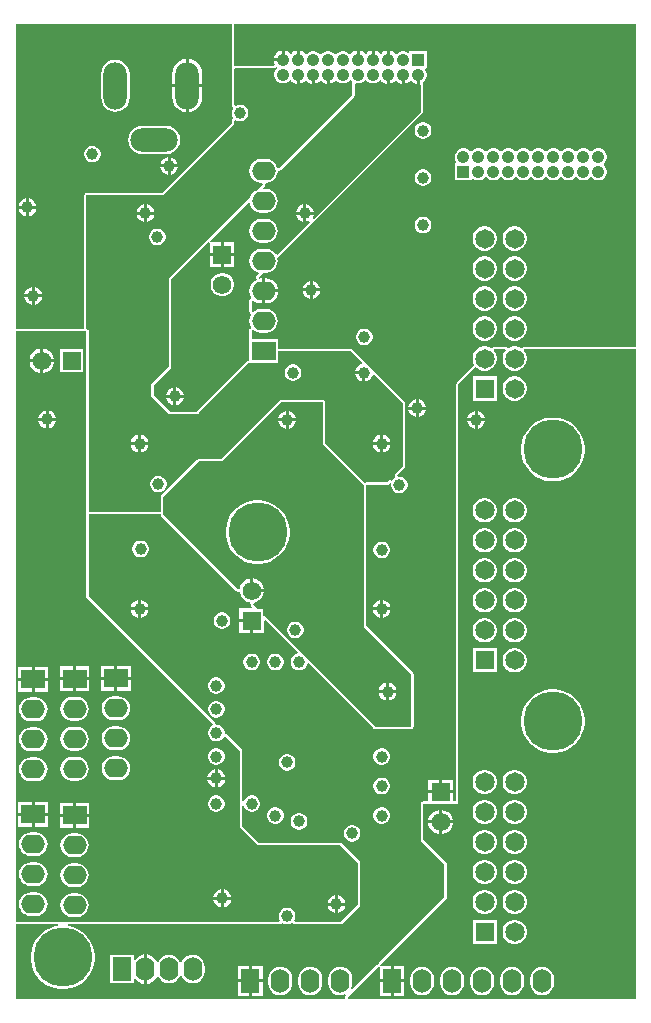
<source format=gbr>
%TF.GenerationSoftware,Altium Limited,Altium Designer,21.2.1 (34)*%
G04 Layer_Physical_Order=2*
G04 Layer_Color=7250688*
%FSLAX45Y45*%
%MOMM*%
%TF.SameCoordinates,1A5297F3-7C59-4284-9812-4E6276DD2B67*%
%TF.FilePolarity,Positive*%
%TF.FileFunction,Copper,L2,Inr,Signal*%
%TF.Part,Single*%
G01*
G75*
%TA.AperFunction,Conductor*%
%ADD31C,0.50800*%
%TA.AperFunction,ComponentPad*%
%ADD32C,1.05000*%
%ADD33R,1.05000X1.05000*%
%ADD34R,2.00000X1.60000*%
%ADD35O,2.00000X1.60000*%
%ADD36O,1.60000X2.00000*%
%ADD37R,1.60000X2.00000*%
%ADD38O,4.00000X2.00000*%
%ADD39O,2.00000X4.00000*%
%ADD40R,1.57000X1.57000*%
%ADD41C,1.57000*%
%ADD42R,1.65000X1.65000*%
%ADD43C,1.65000*%
%ADD44R,1.57000X1.57000*%
%TA.AperFunction,ViaPad*%
%ADD45C,5.00000*%
%ADD46C,1.00000*%
G36*
X2211232Y7883780D02*
X2213610Y7874141D01*
X2206986Y7867516D01*
X2197441Y7850984D01*
X2192500Y7832545D01*
Y7813455D01*
X2197441Y7795016D01*
X2206986Y7778484D01*
X2220484Y7764986D01*
X2237016Y7755441D01*
X2255455Y7750500D01*
X2274545D01*
X2292984Y7755441D01*
X2309516Y7764986D01*
X2316720Y7772189D01*
X2328369Y7774870D01*
X2333269Y7771564D01*
X2344168Y7760665D01*
X2361932Y7750409D01*
X2379299Y7745755D01*
Y7823000D01*
X2404699D01*
Y7745755D01*
X2422068Y7750409D01*
X2439832Y7760665D01*
X2446978Y7767811D01*
X2455500Y7774284D01*
X2464022Y7767811D01*
X2471168Y7760665D01*
X2488932Y7750409D01*
X2506299Y7745755D01*
Y7823000D01*
X2531699D01*
Y7745755D01*
X2549068Y7750409D01*
X2566832Y7760665D01*
X2573978Y7767811D01*
X2582500Y7774284D01*
X2591022Y7767811D01*
X2598168Y7760665D01*
X2615932Y7750409D01*
X2633299Y7745755D01*
Y7823000D01*
X2658699D01*
Y7745755D01*
X2676068Y7750409D01*
X2693832Y7760665D01*
X2704731Y7771564D01*
X2709631Y7774870D01*
X2721280Y7772189D01*
X2728484Y7764986D01*
X2745016Y7755441D01*
X2763455Y7750500D01*
X2782545D01*
X2800984Y7755441D01*
X2817516Y7764986D01*
X2828673Y7776142D01*
X2836500Y7777519D01*
X2844327Y7776142D01*
X2850000Y7770470D01*
Y7650000D01*
X2229518Y7029518D01*
X2217492Y7033600D01*
X2217426Y7034105D01*
X2207349Y7058431D01*
X2191320Y7079321D01*
X2170431Y7095350D01*
X2146105Y7105426D01*
X2120000Y7108863D01*
X2079999D01*
X2053894Y7105426D01*
X2029568Y7095350D01*
X2008679Y7079321D01*
X1992650Y7058431D01*
X1982574Y7034105D01*
X1979137Y7008000D01*
X1982574Y6981895D01*
X1992650Y6957569D01*
X2008679Y6936679D01*
X2029568Y6920650D01*
X2053894Y6910574D01*
X2079999Y6907137D01*
X2090544D01*
X2095404Y6895404D01*
X2049680Y6849680D01*
X2029568Y6841350D01*
X2008679Y6825321D01*
X1992650Y6804431D01*
X1984319Y6784319D01*
X1299999Y6099999D01*
Y5349999D01*
X1150000Y5200000D01*
Y5100000D01*
X1300000Y4950000D01*
X1550000D01*
Y4959001D01*
X1969527Y5378527D01*
X1980000Y5384000D01*
Y5384000D01*
X1980000Y5384000D01*
X2220000D01*
Y5479608D01*
X2320392Y5479608D01*
X2841553D01*
X2934190Y5386972D01*
X2930394Y5372807D01*
X2920896Y5370262D01*
X2903703Y5360335D01*
X2889665Y5346297D01*
X2879738Y5329103D01*
X2875343Y5312700D01*
X2950000D01*
Y5300000D01*
X2962700D01*
Y5225343D01*
X2979103Y5229738D01*
X2996296Y5239665D01*
X3010335Y5253703D01*
X3020261Y5270897D01*
X3022806Y5280395D01*
X3036971Y5284190D01*
X3279608Y5041553D01*
Y4508447D01*
X3215935Y4444773D01*
X3215187Y4443654D01*
X3214176Y4442768D01*
X3212996Y4440375D01*
X3211514Y4438157D01*
X3211252Y4436838D01*
X3210657Y4435632D01*
X3210482Y4432970D01*
X3209962Y4430354D01*
X3210224Y4429034D01*
X3210137Y4427692D01*
X3210994Y4425167D01*
X3211514Y4422550D01*
X3212262Y4421432D01*
X3212694Y4420158D01*
X3215426Y4415426D01*
X3184575Y4384575D01*
X3179843Y4387307D01*
X3178569Y4387739D01*
X3177451Y4388487D01*
X3174834Y4389007D01*
X3172309Y4389864D01*
X3170966Y4389776D01*
X3169647Y4390039D01*
X3167031Y4389519D01*
X3164369Y4389344D01*
X3163162Y4388749D01*
X3161843Y4388487D01*
X3159626Y4387005D01*
X3157233Y4385825D01*
X3156346Y4384813D01*
X3155228Y4384066D01*
X3141553Y4370392D01*
X2970392D01*
X2968433Y4370002D01*
X2966435Y4370004D01*
X2964568Y4369234D01*
X2962588Y4368840D01*
X2961036Y4367803D01*
X2620392Y4708447D01*
Y5050000D01*
X2618840Y5057804D01*
X2614419Y5064419D01*
X2607804Y5068840D01*
X2600000Y5070392D01*
X2250001D01*
X2250000Y5070392D01*
X2242196Y5068840D01*
X2235581Y5064419D01*
X1935581Y4764419D01*
X1741553Y4570392D01*
X1550000D01*
X1542196Y4568840D01*
X1535581Y4564419D01*
X1535580Y4564419D01*
X1235581Y4264420D01*
X1231161Y4257804D01*
X1229609Y4250000D01*
X1229608Y4120392D01*
X1229608Y4120392D01*
X620392D01*
Y5650000D01*
X618840Y5657803D01*
X614419Y5664419D01*
X607804Y5668839D01*
X600000Y5670392D01*
Y6800000D01*
X1250000D01*
X1850000Y7400000D01*
Y7433859D01*
X1862700Y7440706D01*
X1872981Y7434770D01*
X1890784Y7430000D01*
X1909216D01*
X1927019Y7434770D01*
X1942981Y7443986D01*
X1956014Y7457019D01*
X1965229Y7472981D01*
X1970000Y7490784D01*
Y7509216D01*
X1965229Y7527019D01*
X1956014Y7542981D01*
X1942981Y7556014D01*
X1927019Y7565229D01*
X1909216Y7570000D01*
X1890784D01*
X1872981Y7565229D01*
X1862700Y7559294D01*
X1850000Y7566141D01*
X1850000Y7870632D01*
X1858981Y7879613D01*
X2189250Y7879611D01*
X2191866Y7880131D01*
X2194528Y7880306D01*
X2195734Y7880901D01*
X2197054Y7881163D01*
X2199272Y7882645D01*
X2201664Y7883825D01*
X2202193Y7884428D01*
X2208373Y7884462D01*
X2211232Y7883780D01*
D02*
G37*
G36*
X3420699Y7744522D02*
X3429584Y7737705D01*
X3429585Y7508423D01*
X2525184Y6604023D01*
X2515022Y6611821D01*
X2520262Y6620897D01*
X2524657Y6637300D01*
X2462700D01*
Y6575343D01*
X2479103Y6579738D01*
X2488179Y6584978D01*
X2495977Y6574815D01*
X2219094Y6297933D01*
X2203999Y6300798D01*
X2191320Y6317321D01*
X2170431Y6333350D01*
X2146105Y6343426D01*
X2120000Y6346863D01*
X2079999D01*
X2053894Y6343426D01*
X2029568Y6333350D01*
X2008679Y6317321D01*
X1992650Y6296431D01*
X1982574Y6272105D01*
X1979137Y6246000D01*
X1982574Y6219895D01*
X1992650Y6195569D01*
X2008679Y6174679D01*
X2029568Y6158650D01*
X2052395Y6149195D01*
X2057507Y6137930D01*
X2057909Y6136748D01*
X2043837Y6122676D01*
X2043461Y6122113D01*
X2042925Y6121702D01*
X2041263Y6118824D01*
X2039416Y6116060D01*
X2039284Y6115397D01*
X2038946Y6114811D01*
X2038512Y6111515D01*
X2037864Y6108257D01*
X2037996Y6107593D01*
X2037908Y6106923D01*
X2038768Y6103714D01*
X2039416Y6100453D01*
X2039792Y6099890D01*
X2039967Y6099237D01*
X2043029Y6093029D01*
X2028627Y6078627D01*
X2008679Y6063321D01*
X1992650Y6042431D01*
X1982574Y6018105D01*
X1979137Y5992000D01*
X1982574Y5965895D01*
X1992650Y5941569D01*
X1994866Y5938680D01*
X1991764Y5923196D01*
X1990984Y5922811D01*
X1988348Y5920789D01*
X1985583Y5918942D01*
X1985207Y5918379D01*
X1984671Y5917968D01*
X1983010Y5915090D01*
X1981163Y5912326D01*
X1981031Y5911663D01*
X1980693Y5911077D01*
X1980259Y5907781D01*
X1979610Y5904522D01*
X1979609Y5817758D01*
X1980368Y5813946D01*
X1981115Y5810067D01*
X1981150Y5810015D01*
X1981162Y5809954D01*
X1983326Y5806715D01*
X1985496Y5803425D01*
X1985547Y5803390D01*
X1985582Y5803339D01*
X1987234Y5802235D01*
X1989677Y5798376D01*
X1992650Y5788431D01*
X1982574Y5764105D01*
X1979137Y5738000D01*
X1982574Y5711895D01*
X1992650Y5687569D01*
X1989685Y5677652D01*
X1987231Y5673768D01*
X1985580Y5672665D01*
X1985546Y5672613D01*
X1985496Y5672579D01*
X1983343Y5669316D01*
X1981160Y5666049D01*
X1981148Y5665989D01*
X1981114Y5665938D01*
X1980371Y5662081D01*
X1979608Y5658245D01*
X1979607Y5596537D01*
X1979607Y5592981D01*
X1979606Y5592980D01*
X1979999Y5583999D01*
X1980000Y5583999D01*
Y5416890D01*
X1978191Y5404311D01*
X1975231Y5403443D01*
X1972196Y5402840D01*
X1971434Y5402330D01*
X1970556Y5402073D01*
X1960083Y5396601D01*
X1957677Y5394664D01*
X1955108Y5392947D01*
X1535581Y4973420D01*
X1533558Y4970392D01*
X1308446D01*
X1170392Y5108447D01*
Y5191553D01*
X1314419Y5335580D01*
X1318839Y5342196D01*
X1320391Y5349999D01*
Y6091553D01*
X1633868Y6405029D01*
X1646100Y6399300D01*
X1646100Y6393105D01*
Y6312700D01*
X1737301D01*
Y6403900D01*
X1657790D01*
X1650700Y6403901D01*
X1644971Y6416132D01*
X1969415Y6740577D01*
X1981442Y6736494D01*
X1982574Y6727895D01*
X1992650Y6703569D01*
X2008679Y6682679D01*
X2029568Y6666650D01*
X2053894Y6656574D01*
X2079999Y6653137D01*
X2120000D01*
X2146105Y6656574D01*
X2170431Y6666650D01*
X2191320Y6682679D01*
X2207349Y6703569D01*
X2217426Y6727895D01*
X2220862Y6754000D01*
X2217426Y6780105D01*
X2207349Y6804431D01*
X2191320Y6825321D01*
X2170431Y6841350D01*
X2146105Y6851426D01*
X2120000Y6854863D01*
X2100295D01*
X2095434Y6866596D01*
X2109823Y6880984D01*
X2109823Y6880985D01*
X2114244Y6887600D01*
X2115796Y6895404D01*
X2116388Y6897057D01*
X2125030Y6907543D01*
X2125977Y6907924D01*
X2146105Y6910574D01*
X2170431Y6920650D01*
X2191320Y6936679D01*
X2207349Y6957569D01*
X2217426Y6981895D01*
X2219576Y6998228D01*
X2219728Y6998764D01*
X2221252Y7001336D01*
X2226145Y7005947D01*
X2230852Y7009170D01*
X2234061Y7010030D01*
X2237322Y7010678D01*
X2237884Y7011054D01*
X2238538Y7011229D01*
X2241174Y7013252D01*
X2243938Y7015099D01*
X2864419Y7635580D01*
X2868840Y7642196D01*
X2870392Y7650000D01*
Y7742728D01*
X2883092Y7752473D01*
X2890455Y7750500D01*
X2909545D01*
X2927984Y7755441D01*
X2944516Y7764986D01*
X2955673Y7776142D01*
X2963500Y7777519D01*
X2971327Y7776142D01*
X2982484Y7764986D01*
X2999016Y7755441D01*
X3017455Y7750500D01*
X3036545D01*
X3054984Y7755441D01*
X3071516Y7764986D01*
X3078720Y7772189D01*
X3090369Y7774870D01*
X3095269Y7771564D01*
X3106168Y7760665D01*
X3123932Y7750409D01*
X3141299Y7745755D01*
Y7823000D01*
X3166699D01*
Y7745755D01*
X3184068Y7750409D01*
X3201832Y7760665D01*
X3208978Y7767811D01*
X3217500Y7774284D01*
X3226022Y7767811D01*
X3233168Y7760665D01*
X3250932Y7750409D01*
X3268299Y7745755D01*
Y7823000D01*
X3293699D01*
Y7745755D01*
X3311068Y7750409D01*
X3328832Y7760665D01*
X3335978Y7767811D01*
X3344500Y7774284D01*
X3353022Y7767811D01*
X3360168Y7760665D01*
X3377932Y7750409D01*
X3395299Y7745755D01*
Y7823000D01*
X3420699D01*
Y7744522D01*
D02*
G37*
G36*
X5250000Y5520392D02*
X4307550D01*
X4299747Y5518840D01*
X4293131Y5514419D01*
X4288711Y5507804D01*
X4276560Y5508743D01*
X4266563Y5514515D01*
X4240494Y5521500D01*
X4213506D01*
X4187436Y5514515D01*
X4177439Y5508743D01*
X4165289Y5507804D01*
X4160869Y5514419D01*
X4154253Y5518840D01*
X4146449Y5520392D01*
X4054917D01*
X4051242Y5519661D01*
X4047555Y5519016D01*
X4047351Y5518887D01*
X4047114Y5518840D01*
X4043994Y5516755D01*
X4040838Y5514751D01*
X4040699Y5514554D01*
X4040498Y5514419D01*
X4038415Y5511302D01*
X4036264Y5508240D01*
X4028067Y5505564D01*
X4012563Y5514515D01*
X3986494Y5521500D01*
X3959506D01*
X3933436Y5514515D01*
X3910064Y5501020D01*
X3890980Y5481936D01*
X3877485Y5458564D01*
X3870500Y5432494D01*
Y5405506D01*
X3877485Y5379437D01*
X3886200Y5364342D01*
X3884103Y5362941D01*
X3735581Y5214419D01*
X3731160Y5207804D01*
X3729608Y5200000D01*
Y1670392D01*
X3703900D01*
Y1737300D01*
X3600000D01*
X3496100D01*
Y1670392D01*
X3450000D01*
X3442197Y1668840D01*
X3435581Y1664419D01*
X3431161Y1657804D01*
X3429608Y1650000D01*
Y1350003D01*
X3429608Y1350000D01*
X3431160Y1342196D01*
X3435581Y1335581D01*
X3435581Y1335580D01*
X3629608Y1141553D01*
Y858447D01*
X3073681Y302520D01*
X3069260Y295904D01*
X3068072Y289929D01*
X3062096Y288740D01*
X3055481Y284319D01*
X2851354Y80193D01*
X2840588Y87387D01*
X2847426Y103895D01*
X2850862Y130000D01*
Y170000D01*
X2847426Y196106D01*
X2837349Y220432D01*
X2821320Y241321D01*
X2800431Y257350D01*
X2776105Y267426D01*
X2750000Y270863D01*
X2723895Y267426D01*
X2699569Y257350D01*
X2678679Y241321D01*
X2662650Y220432D01*
X2652574Y196106D01*
X2649137Y170000D01*
Y130000D01*
X2652574Y103895D01*
X2662650Y79569D01*
X2678679Y58679D01*
X2699569Y42650D01*
X2723895Y32574D01*
X2750000Y29137D01*
X2776105Y32574D01*
X2792613Y39412D01*
X2799807Y28645D01*
X2797314Y26153D01*
X2792893Y19537D01*
X2791341Y11733D01*
X2786948Y4849D01*
X2781408Y0D01*
X0D01*
Y629608D01*
X358228D01*
X359228Y616908D01*
X336775Y613352D01*
X296356Y600219D01*
X258489Y580925D01*
X224107Y555945D01*
X194055Y525893D01*
X169075Y491511D01*
X149781Y453644D01*
X136648Y413225D01*
X130000Y371249D01*
Y328751D01*
X136648Y286775D01*
X149781Y246356D01*
X169075Y208489D01*
X194055Y174107D01*
X224107Y144056D01*
X258489Y119075D01*
X296356Y99781D01*
X336775Y86648D01*
X378751Y80000D01*
X421249D01*
X463225Y86648D01*
X503644Y99781D01*
X541511Y119075D01*
X575893Y144056D01*
X605944Y174107D01*
X630925Y208489D01*
X650219Y246356D01*
X663352Y286775D01*
X670000Y328751D01*
Y371249D01*
X663352Y413225D01*
X650219Y453644D01*
X630925Y491511D01*
X605944Y525893D01*
X575893Y555945D01*
X541511Y580925D01*
X503644Y600219D01*
X463225Y613352D01*
X440772Y616908D01*
X441772Y629608D01*
X1899999Y629608D01*
X1900001Y629608D01*
X2233860D01*
X2236762Y630185D01*
X2239709Y630465D01*
X2240635Y630956D01*
X2241663Y631160D01*
X2244125Y632805D01*
X2246740Y634191D01*
X2247407Y634998D01*
X2248279Y635581D01*
X2253088Y640205D01*
X2265555Y639058D01*
X2272981Y634770D01*
X2290785Y630000D01*
X2309216D01*
X2327019Y634770D01*
X2334445Y639058D01*
X2346913Y640205D01*
X2351722Y635580D01*
X2352593Y634998D01*
X2353261Y634191D01*
X2355876Y632804D01*
X2358337Y631160D01*
X2359365Y630956D01*
X2360291Y630465D01*
X2363238Y630185D01*
X2366141Y629608D01*
X2750000D01*
X2757804Y631160D01*
X2764419Y635581D01*
X2764420Y635581D01*
X2914419Y785581D01*
X2918840Y792196D01*
X2920392Y800000D01*
Y1150000D01*
X2918840Y1157804D01*
X2914419Y1164419D01*
X2914419Y1164420D01*
X2764419Y1314419D01*
X2757804Y1318840D01*
X2750000Y1320392D01*
X2058447D01*
X1920392Y1458447D01*
Y1627575D01*
X1933092Y1629246D01*
X1934771Y1622981D01*
X1943986Y1607019D01*
X1957019Y1593986D01*
X1972981Y1584771D01*
X1990784Y1580000D01*
X2009216D01*
X2027019Y1584771D01*
X2042981Y1593986D01*
X2056014Y1607019D01*
X2065230Y1622981D01*
X2070000Y1640784D01*
Y1659216D01*
X2065230Y1677019D01*
X2056014Y1692981D01*
X2042981Y1706014D01*
X2027019Y1715229D01*
X2009216Y1720000D01*
X1990784D01*
X1972981Y1715229D01*
X1957019Y1706014D01*
X1943986Y1692981D01*
X1934771Y1677019D01*
X1933092Y1670754D01*
X1920392Y1672426D01*
X1920392Y2100000D01*
X1918840Y2107804D01*
X1914419Y2114419D01*
X1791478Y2237361D01*
X1789206Y2238879D01*
X1787140Y2240667D01*
X1785926Y2241070D01*
X1784862Y2241781D01*
X1782182Y2242314D01*
X1779590Y2243176D01*
X1773327Y2248966D01*
X1770728Y2252887D01*
X1770000Y2254900D01*
Y2259216D01*
X1765229Y2277019D01*
X1756014Y2292981D01*
X1742981Y2306014D01*
X1727019Y2315230D01*
X1709216Y2320000D01*
X1704900D01*
X1702890Y2320727D01*
X1698964Y2323328D01*
X1693175Y2329590D01*
X1692314Y2332182D01*
X1691781Y2334862D01*
X1691070Y2335926D01*
X1690667Y2337140D01*
X1688879Y2339206D01*
X1687361Y2341478D01*
X620392Y3408447D01*
Y4100000D01*
X1229608D01*
X1231160Y4092196D01*
X1235581Y4085581D01*
X1870141Y3451020D01*
X1870371Y3450867D01*
X1870529Y3450642D01*
X1873666Y3448665D01*
X1876757Y3446600D01*
X1877027Y3446546D01*
X1877260Y3446399D01*
X1880919Y3445772D01*
X1884560Y3445048D01*
X1884830Y3445102D01*
X1885102Y3445055D01*
X1888724Y3445876D01*
X1888800Y3445891D01*
X1896916Y3442786D01*
X1902523Y3437215D01*
X1908213Y3415980D01*
X1921181Y3393520D01*
X1939520Y3375180D01*
X1961981Y3362213D01*
X1983216Y3356523D01*
X1988786Y3350916D01*
X1991891Y3342800D01*
X1991875Y3342719D01*
X1991055Y3339102D01*
X1991101Y3338831D01*
X1991048Y3338560D01*
X1991772Y3334919D01*
X1992399Y3331260D01*
X1992546Y3331027D01*
X1992600Y3330757D01*
X1994663Y3327669D01*
X1996642Y3324529D01*
X1996867Y3324371D01*
X1997020Y3324141D01*
X2005528Y3315633D01*
X2000668Y3303900D01*
X1896100D01*
Y3212699D01*
X2000000D01*
Y3199999D01*
X2012700D01*
Y3096100D01*
X2103900D01*
Y3200668D01*
X2115633Y3205528D01*
X2389106Y2932056D01*
X2384803Y2918397D01*
X2372981Y2915230D01*
X2357019Y2906014D01*
X2343986Y2892981D01*
X2334771Y2877019D01*
X2330000Y2859216D01*
Y2840785D01*
X2334771Y2822981D01*
X2343986Y2807019D01*
X2357019Y2793986D01*
X2372981Y2784771D01*
X2390784Y2780000D01*
X2409216D01*
X2427019Y2784771D01*
X2442981Y2793986D01*
X2456014Y2807019D01*
X2465230Y2822981D01*
X2468397Y2834803D01*
X2482055Y2839106D01*
X3035581Y2285581D01*
X3042196Y2281160D01*
X3050000Y2279608D01*
X3341858D01*
X3341859Y2279608D01*
X3349663Y2281160D01*
X3356279Y2285581D01*
X3356279Y2285581D01*
X3364419Y2293721D01*
X3368840Y2300337D01*
X3370392Y2308141D01*
Y2749999D01*
X3370392Y2750000D01*
X3368840Y2757804D01*
X3364419Y2764419D01*
X3364418Y2764420D01*
X2970392Y3158447D01*
Y4349999D01*
X2970392Y4350000D01*
X3150000D01*
X3169647Y4369647D01*
X3181034Y4363073D01*
X3180000Y4359216D01*
Y4340785D01*
X3184771Y4322982D01*
X3193986Y4307020D01*
X3207019Y4293987D01*
X3222981Y4284771D01*
X3240784Y4280001D01*
X3259216D01*
X3277019Y4284771D01*
X3292981Y4293987D01*
X3306014Y4307020D01*
X3315230Y4322982D01*
X3320000Y4340785D01*
Y4359216D01*
X3315230Y4377020D01*
X3306014Y4392982D01*
X3292981Y4406015D01*
X3277019Y4415230D01*
X3259216Y4420001D01*
X3240784D01*
X3236928Y4418967D01*
X3230354Y4430354D01*
X3300000Y4500000D01*
Y5050000D01*
X2850000Y5500000D01*
X2320392D01*
X2220000Y5500000D01*
Y5584000D01*
X2008979D01*
X1999999Y5592980D01*
X2000000Y5658245D01*
X2012700Y5663594D01*
X2029568Y5650650D01*
X2053894Y5640574D01*
X2079999Y5637137D01*
X2120000D01*
X2146105Y5640574D01*
X2170431Y5650650D01*
X2191320Y5666679D01*
X2207349Y5687569D01*
X2217426Y5711895D01*
X2220862Y5738000D01*
X2217426Y5764105D01*
X2207349Y5788431D01*
X2191320Y5809321D01*
X2170431Y5825350D01*
X2146105Y5835426D01*
X2120000Y5838863D01*
X2079999D01*
X2053894Y5835426D01*
X2029568Y5825350D01*
X2012702Y5812407D01*
X2000001Y5817758D01*
X2000002Y5904522D01*
X2012703Y5910785D01*
X2026845Y5899933D01*
X2052485Y5889313D01*
X2079999Y5885691D01*
X2087299D01*
Y5992000D01*
X2099999D01*
D01*
X2087299D01*
Y6098309D01*
X2079999D01*
X2064188Y6096228D01*
X2058256Y6108257D01*
X2095137Y6145137D01*
X2120000D01*
X2146105Y6148574D01*
X2170431Y6158650D01*
X2191320Y6174679D01*
X2207349Y6195569D01*
X2217426Y6219895D01*
X2220862Y6246000D01*
X2217970Y6267970D01*
X3449977Y7499976D01*
X3449976Y7763519D01*
X3452516Y7764986D01*
X3466014Y7778484D01*
X3475559Y7795016D01*
X3480500Y7813455D01*
Y7832545D01*
X3475559Y7850984D01*
X3467583Y7864800D01*
X3472277Y7877500D01*
X3480500D01*
Y8022500D01*
X3335500D01*
Y8014277D01*
X3322800Y8009583D01*
X3308984Y8017559D01*
X3290545Y8022500D01*
X3271455D01*
X3253016Y8017559D01*
X3236484Y8008014D01*
X3229280Y8000811D01*
X3217631Y7998130D01*
X3212731Y8001437D01*
X3201832Y8012336D01*
X3184068Y8022591D01*
X3166699Y8027246D01*
Y7950000D01*
X3141299D01*
Y8027245D01*
X3123932Y8022591D01*
X3106168Y8012336D01*
X3099022Y8005189D01*
X3090500Y7998717D01*
X3081978Y8005189D01*
X3074832Y8012336D01*
X3057068Y8022591D01*
X3039699Y8027246D01*
Y7950000D01*
X3014299D01*
Y8027245D01*
X2996932Y8022591D01*
X2979168Y8012336D01*
X2972022Y8005189D01*
X2963500Y7998717D01*
X2954978Y8005189D01*
X2947832Y8012336D01*
X2930068Y8022591D01*
X2912699Y8027246D01*
Y7950000D01*
X2887299D01*
Y8027245D01*
X2869932Y8022591D01*
X2852168Y8012336D01*
X2841269Y8001437D01*
X2836369Y7998130D01*
X2824720Y8000811D01*
X2817516Y8008014D01*
X2800984Y8017559D01*
X2782545Y8022500D01*
X2763455D01*
X2745016Y8017559D01*
X2728484Y8008014D01*
X2717327Y7996858D01*
X2709500Y7995481D01*
X2701673Y7996858D01*
X2690516Y8008014D01*
X2673984Y8017559D01*
X2655545Y8022500D01*
X2636455D01*
X2618016Y8017559D01*
X2601484Y8008014D01*
X2590327Y7996858D01*
X2582500Y7995481D01*
X2574673Y7996858D01*
X2563516Y8008014D01*
X2546984Y8017559D01*
X2528545Y8022500D01*
X2509455D01*
X2491016Y8017559D01*
X2474484Y8008014D01*
X2467280Y8000811D01*
X2455631Y7998130D01*
X2450731Y8001437D01*
X2439832Y8012336D01*
X2422068Y8022591D01*
X2404699Y8027246D01*
Y7950000D01*
X2379299D01*
Y8027245D01*
X2361932Y8022591D01*
X2344168Y8012336D01*
X2337022Y8005189D01*
X2328500Y7998717D01*
X2319978Y8005189D01*
X2312832Y8012336D01*
X2295068Y8022591D01*
X2277699Y8027246D01*
Y7950000D01*
X2264999D01*
Y7937300D01*
X2187755D01*
X2192409Y7919932D01*
X2196583Y7912703D01*
X2189250Y7900003D01*
X1850000Y7900005D01*
X1850000Y8249999D01*
X5249999Y8250000D01*
X5250000Y5520392D01*
D02*
G37*
G36*
X1829608Y7900005D02*
X1831160Y7892201D01*
X1835580Y7885586D01*
X1835628Y7885099D01*
X1835581Y7885052D01*
X1831160Y7878436D01*
X1829608Y7870632D01*
X1829608Y7566141D01*
X1830186Y7563238D01*
X1830465Y7560291D01*
X1830956Y7559365D01*
X1831161Y7558337D01*
X1832806Y7555875D01*
X1834191Y7553261D01*
X1834999Y7552593D01*
X1835581Y7551721D01*
X1840206Y7546912D01*
X1839058Y7534445D01*
X1834771Y7527019D01*
X1830000Y7509216D01*
Y7490784D01*
X1834771Y7472981D01*
X1839058Y7465555D01*
X1840206Y7453088D01*
X1835581Y7448278D01*
X1834999Y7447407D01*
X1834191Y7446739D01*
X1832805Y7444124D01*
X1831161Y7441663D01*
X1830956Y7440635D01*
X1830465Y7439709D01*
X1830186Y7436762D01*
X1829608Y7433859D01*
Y7408447D01*
X1241553Y6820392D01*
X600000D01*
X592196Y6818840D01*
X585580Y6814419D01*
X581160Y6807804D01*
X579608Y6800000D01*
Y5670392D01*
X-1D01*
Y8237300D01*
X1Y8249999D01*
X1829608D01*
X1829608Y7900005D01*
D02*
G37*
G36*
X5250000Y0D02*
X2816594D01*
X2811733Y11733D01*
X3069900Y269900D01*
X3082600Y264640D01*
Y162700D01*
X3175300D01*
Y275400D01*
X3093361D01*
X3088100Y288100D01*
X3650000Y850000D01*
Y1150000D01*
X3450000Y1350000D01*
X3450000Y1350000D01*
Y1650000D01*
X3750000D01*
Y5200000D01*
X3898522Y5348522D01*
X3910064Y5336980D01*
X3933436Y5323485D01*
X3959506Y5316500D01*
X3986494D01*
X4012563Y5323485D01*
X4035936Y5336980D01*
X4055020Y5356064D01*
X4068515Y5379437D01*
X4075500Y5405506D01*
Y5432494D01*
X4068515Y5458564D01*
X4055020Y5481936D01*
X4049414Y5487542D01*
X4054917Y5500000D01*
X4146449D01*
X4151310Y5488267D01*
X4144980Y5481936D01*
X4131485Y5458564D01*
X4124500Y5432494D01*
Y5405506D01*
X4131485Y5379437D01*
X4144980Y5356064D01*
X4164064Y5336980D01*
X4187436Y5323485D01*
X4213506Y5316500D01*
X4240494D01*
X4266563Y5323485D01*
X4289936Y5336980D01*
X4309020Y5356064D01*
X4322515Y5379437D01*
X4329500Y5405506D01*
Y5432494D01*
X4322515Y5458564D01*
X4309020Y5481936D01*
X4302690Y5488267D01*
X4307550Y5500000D01*
X5250000D01*
Y0D01*
D02*
G37*
G36*
X2600000Y4700000D02*
X2950000Y4350000D01*
Y3150000D01*
X3350000Y2750000D01*
Y2308141D01*
X3341859Y2300000D01*
X3050000D01*
X2098500Y3251500D01*
Y3298500D01*
X2051500D01*
X2011440Y3338560D01*
X2016977Y3350984D01*
X2040104Y3357180D01*
X2063796Y3370859D01*
X2083141Y3390204D01*
X2096820Y3413896D01*
X2103900Y3440321D01*
Y3441299D01*
X2000000D01*
Y3453999D01*
X1987300D01*
Y3557900D01*
X1986321D01*
X1959896Y3550819D01*
X1936204Y3537141D01*
X1916859Y3517796D01*
X1903181Y3494104D01*
X1896984Y3470977D01*
X1884560Y3465440D01*
X1250000Y4100000D01*
X1250001Y4250000D01*
X1550000Y4550000D01*
X1750000D01*
X1950000Y4750000D01*
X2250000Y5050000D01*
X2600000D01*
Y4700000D01*
D02*
G37*
G36*
X600000Y3400000D02*
X1672941Y2327059D01*
X1669069Y2312971D01*
X1657019Y2306014D01*
X1643986Y2292981D01*
X1634770Y2277019D01*
X1630000Y2259216D01*
Y2240784D01*
X1634770Y2222981D01*
X1643986Y2207019D01*
X1657019Y2193986D01*
X1672981Y2184771D01*
X1690784Y2180000D01*
X1709216D01*
X1727019Y2184771D01*
X1742981Y2193986D01*
X1756014Y2207019D01*
X1762971Y2219069D01*
X1777059Y2222941D01*
X1900000Y2100000D01*
X1900000Y1450000D01*
X2050000Y1300000D01*
X2750000D01*
X2900000Y1150000D01*
Y800000D01*
X2750000Y650000D01*
X2366141D01*
X2359294Y662700D01*
X2365230Y672981D01*
X2370000Y690784D01*
Y709215D01*
X2365230Y727019D01*
X2356014Y742981D01*
X2342981Y756014D01*
X2327019Y765229D01*
X2309216Y770000D01*
X2290785D01*
X2272981Y765229D01*
X2257019Y756014D01*
X2243986Y742981D01*
X2234771Y727019D01*
X2230000Y709215D01*
Y690784D01*
X2234771Y672981D01*
X2240706Y662700D01*
X2233860Y650000D01*
X1900000D01*
X1899999Y650000D01*
X0Y650000D01*
X-1Y5650000D01*
X600000D01*
Y3400000D01*
D02*
G37*
%LPC*%
G36*
X1112700Y6724657D02*
Y6662700D01*
X1174657D01*
X1170262Y6679103D01*
X1160335Y6696296D01*
X1146297Y6710335D01*
X1129103Y6720262D01*
X1112700Y6724657D01*
D02*
G37*
G36*
X1087300D02*
X1070897Y6720262D01*
X1053704Y6710335D01*
X1039665Y6696296D01*
X1029738Y6679103D01*
X1025343Y6662700D01*
X1087300D01*
Y6724657D01*
D02*
G37*
G36*
X1174657Y6637300D02*
X1112700D01*
Y6575343D01*
X1129103Y6579738D01*
X1146297Y6589665D01*
X1160335Y6603703D01*
X1170262Y6620897D01*
X1174657Y6637300D01*
D02*
G37*
G36*
X1087300D02*
X1025343D01*
X1029738Y6620897D01*
X1039665Y6603703D01*
X1053704Y6589665D01*
X1070897Y6579738D01*
X1087300Y6575343D01*
Y6637300D01*
D02*
G37*
G36*
X1209216Y6520000D02*
X1190784D01*
X1172981Y6515230D01*
X1157019Y6506014D01*
X1143986Y6492981D01*
X1134770Y6477019D01*
X1130000Y6459216D01*
Y6440784D01*
X1134770Y6422981D01*
X1143986Y6407019D01*
X1157019Y6393986D01*
X1172981Y6384771D01*
X1190784Y6380000D01*
X1209216D01*
X1227019Y6384771D01*
X1242981Y6393986D01*
X1256014Y6407019D01*
X1265229Y6422981D01*
X1270000Y6440784D01*
Y6459216D01*
X1265229Y6477019D01*
X1256014Y6492981D01*
X1242981Y6506014D01*
X1227019Y6515230D01*
X1209216Y6520000D01*
D02*
G37*
G36*
X2359216Y5370000D02*
X2340784D01*
X2322981Y5365230D01*
X2307019Y5356014D01*
X2293986Y5342981D01*
X2284771Y5327019D01*
X2280000Y5309216D01*
Y5290784D01*
X2284771Y5272981D01*
X2293986Y5257019D01*
X2307019Y5243986D01*
X2322981Y5234771D01*
X2340784Y5230000D01*
X2359216D01*
X2377019Y5234771D01*
X2392981Y5243986D01*
X2406014Y5257019D01*
X2415230Y5272981D01*
X2420000Y5290784D01*
Y5309216D01*
X2415230Y5327019D01*
X2406014Y5342981D01*
X2392981Y5356014D01*
X2377019Y5365230D01*
X2359216Y5370000D01*
D02*
G37*
G36*
X2937300Y5287300D02*
X2875343D01*
X2879738Y5270897D01*
X2889665Y5253703D01*
X2903703Y5239665D01*
X2920896Y5229738D01*
X2937300Y5225343D01*
Y5287300D01*
D02*
G37*
G36*
X3112700Y4774657D02*
Y4712700D01*
X3174657D01*
X3170262Y4729104D01*
X3160335Y4746297D01*
X3146296Y4760335D01*
X3129103Y4770262D01*
X3112700Y4774657D01*
D02*
G37*
G36*
X3087300D02*
X3070897Y4770262D01*
X3053703Y4760335D01*
X3039665Y4746297D01*
X3029738Y4729104D01*
X3025343Y4712700D01*
X3087300D01*
Y4774657D01*
D02*
G37*
G36*
X1062700D02*
Y4712700D01*
X1124657D01*
X1120262Y4729104D01*
X1110335Y4746297D01*
X1096297Y4760335D01*
X1079104Y4770262D01*
X1062700Y4774657D01*
D02*
G37*
G36*
X1037300D02*
X1020897Y4770262D01*
X1003704Y4760335D01*
X989665Y4746297D01*
X979738Y4729104D01*
X975343Y4712700D01*
X1037300D01*
Y4774657D01*
D02*
G37*
G36*
X3174657Y4687300D02*
X3112700D01*
Y4625344D01*
X3129103Y4629739D01*
X3146296Y4639665D01*
X3160335Y4653704D01*
X3170262Y4670897D01*
X3174657Y4687300D01*
D02*
G37*
G36*
X3087300D02*
X3025343D01*
X3029738Y4670897D01*
X3039665Y4653704D01*
X3053703Y4639665D01*
X3070897Y4629739D01*
X3087300Y4625344D01*
Y4687300D01*
D02*
G37*
G36*
X1124657D02*
X1062700D01*
Y4625344D01*
X1079104Y4629739D01*
X1096297Y4639665D01*
X1110335Y4653704D01*
X1120262Y4670897D01*
X1124657Y4687300D01*
D02*
G37*
G36*
X1037300D02*
X975343D01*
X979738Y4670897D01*
X989665Y4653704D01*
X1003704Y4639665D01*
X1020897Y4629739D01*
X1037300Y4625344D01*
Y4687300D01*
D02*
G37*
G36*
X1217923Y4426207D02*
X1199492D01*
X1181689Y4421437D01*
X1165727Y4412221D01*
X1152694Y4399188D01*
X1143478Y4383226D01*
X1138708Y4365423D01*
Y4346992D01*
X1143478Y4329188D01*
X1152694Y4313226D01*
X1165727Y4300193D01*
X1181689Y4290978D01*
X1199492Y4286207D01*
X1217923D01*
X1235727Y4290978D01*
X1251689Y4300193D01*
X1264722Y4313226D01*
X1273937Y4329188D01*
X1278708Y4346992D01*
Y4365423D01*
X1273937Y4383226D01*
X1264722Y4399188D01*
X1251689Y4412221D01*
X1235727Y4421437D01*
X1217923Y4426207D01*
D02*
G37*
G36*
X2462700Y6724657D02*
Y6662700D01*
X2524657D01*
X2520262Y6679103D01*
X2510335Y6696296D01*
X2496297Y6710335D01*
X2479103Y6720262D01*
X2462700Y6724657D01*
D02*
G37*
G36*
X2437300D02*
X2420897Y6720262D01*
X2403703Y6710335D01*
X2389665Y6696296D01*
X2379738Y6679103D01*
X2375343Y6662700D01*
X2437300D01*
Y6724657D01*
D02*
G37*
G36*
Y6637300D02*
X2375343D01*
X2379738Y6620897D01*
X2389665Y6603703D01*
X2403703Y6589665D01*
X2420897Y6579738D01*
X2437300Y6575343D01*
Y6637300D01*
D02*
G37*
G36*
X2120000Y6600863D02*
X2079999D01*
X2053894Y6597426D01*
X2029568Y6587350D01*
X2008679Y6571321D01*
X1992650Y6550431D01*
X1982574Y6526105D01*
X1979137Y6500000D01*
X1982574Y6473895D01*
X1992650Y6449569D01*
X2008679Y6428679D01*
X2029568Y6412650D01*
X2053894Y6402574D01*
X2079999Y6399137D01*
X2120000D01*
X2146105Y6402574D01*
X2170431Y6412650D01*
X2191320Y6428679D01*
X2207349Y6449569D01*
X2217426Y6473895D01*
X2220862Y6500000D01*
X2217426Y6526105D01*
X2207349Y6550431D01*
X2191320Y6571321D01*
X2170431Y6587350D01*
X2146105Y6597426D01*
X2120000Y6600863D01*
D02*
G37*
G36*
X1762701Y6403900D02*
Y6312700D01*
X1853900D01*
Y6403900D01*
X1762701D01*
D02*
G37*
G36*
X1853900Y6287300D02*
X1762701D01*
Y6196100D01*
X1853900D01*
Y6287300D01*
D02*
G37*
G36*
X1737301D02*
X1646100D01*
Y6196100D01*
X1737301D01*
Y6287300D01*
D02*
G37*
G36*
X1762968Y6144500D02*
X1737032D01*
X1711981Y6137787D01*
X1689520Y6124820D01*
X1671181Y6106481D01*
X1658213Y6084020D01*
X1651500Y6058968D01*
Y6033032D01*
X1658213Y6007981D01*
X1671181Y5985520D01*
X1689520Y5967181D01*
X1711981Y5954213D01*
X1737032Y5947500D01*
X1762968D01*
X1788020Y5954213D01*
X1810481Y5967181D01*
X1828820Y5985520D01*
X1841787Y6007981D01*
X1848500Y6033032D01*
Y6058968D01*
X1841787Y6084020D01*
X1828820Y6106481D01*
X1810481Y6124820D01*
X1788020Y6137787D01*
X1762968Y6144500D01*
D02*
G37*
G36*
X1362700Y5174657D02*
Y5112700D01*
X1424657D01*
X1420262Y5129103D01*
X1410335Y5146297D01*
X1396297Y5160335D01*
X1379103Y5170262D01*
X1362700Y5174657D01*
D02*
G37*
G36*
X1337300D02*
X1320897Y5170262D01*
X1303704Y5160335D01*
X1289665Y5146297D01*
X1279738Y5129103D01*
X1275343Y5112700D01*
X1337300D01*
Y5174657D01*
D02*
G37*
G36*
X1424657Y5087300D02*
X1362700D01*
Y5025343D01*
X1379103Y5029738D01*
X1396297Y5039665D01*
X1410335Y5053703D01*
X1420262Y5070897D01*
X1424657Y5087300D01*
D02*
G37*
G36*
X1337300D02*
X1275343D01*
X1279738Y5070897D01*
X1289665Y5053703D01*
X1303704Y5039665D01*
X1320897Y5029738D01*
X1337300Y5025343D01*
Y5087300D01*
D02*
G37*
G36*
X2252299Y8027245D02*
X2234932Y8022591D01*
X2217168Y8012336D01*
X2202665Y7997832D01*
X2192409Y7980068D01*
X2187755Y7962700D01*
X2252299D01*
Y8027245D01*
D02*
G37*
G36*
X3459216Y7420000D02*
X3440784D01*
X3422981Y7415230D01*
X3407019Y7406014D01*
X3393986Y7392981D01*
X3384770Y7377019D01*
X3380000Y7359216D01*
Y7340784D01*
X3384770Y7322981D01*
X3393986Y7307019D01*
X3407019Y7293986D01*
X3422981Y7284771D01*
X3440784Y7280000D01*
X3459216D01*
X3477019Y7284771D01*
X3492981Y7293986D01*
X3506014Y7307019D01*
X3515229Y7322981D01*
X3520000Y7340784D01*
Y7359216D01*
X3515229Y7377019D01*
X3506014Y7392981D01*
X3492981Y7406014D01*
X3477019Y7415230D01*
X3459216Y7420000D01*
D02*
G37*
G36*
X4944545Y7199500D02*
X4925455D01*
X4907016Y7194559D01*
X4890484Y7185014D01*
X4879327Y7173858D01*
X4871500Y7172481D01*
X4863673Y7173858D01*
X4852516Y7185014D01*
X4835984Y7194559D01*
X4817545Y7199500D01*
X4798455D01*
X4780016Y7194559D01*
X4763484Y7185014D01*
X4752327Y7173858D01*
X4744500Y7172481D01*
X4736673Y7173858D01*
X4725516Y7185014D01*
X4708984Y7194559D01*
X4690545Y7199500D01*
X4671455D01*
X4653016Y7194559D01*
X4636484Y7185014D01*
X4625327Y7173858D01*
X4617500Y7172481D01*
X4609673Y7173858D01*
X4598516Y7185014D01*
X4581984Y7194559D01*
X4563545Y7199500D01*
X4544455D01*
X4526016Y7194559D01*
X4509484Y7185014D01*
X4498327Y7173858D01*
X4490500Y7172481D01*
X4482673Y7173858D01*
X4471516Y7185014D01*
X4454984Y7194559D01*
X4436545Y7199500D01*
X4417455D01*
X4399016Y7194559D01*
X4382484Y7185014D01*
X4371327Y7173858D01*
X4363500Y7172481D01*
X4355673Y7173858D01*
X4344516Y7185014D01*
X4327984Y7194559D01*
X4309545Y7199500D01*
X4290455D01*
X4272016Y7194559D01*
X4255484Y7185014D01*
X4244327Y7173858D01*
X4236500Y7172481D01*
X4228673Y7173858D01*
X4217516Y7185014D01*
X4200984Y7194559D01*
X4182545Y7199500D01*
X4163455D01*
X4145016Y7194559D01*
X4128484Y7185014D01*
X4117327Y7173858D01*
X4109500Y7172481D01*
X4101673Y7173858D01*
X4090516Y7185014D01*
X4073984Y7194559D01*
X4055545Y7199500D01*
X4036455D01*
X4018016Y7194559D01*
X4001484Y7185014D01*
X3990327Y7173858D01*
X3982500Y7172481D01*
X3974673Y7173858D01*
X3963516Y7185014D01*
X3946984Y7194559D01*
X3928545Y7199500D01*
X3909455D01*
X3891016Y7194559D01*
X3874484Y7185014D01*
X3863327Y7173858D01*
X3855500Y7172481D01*
X3847673Y7173858D01*
X3836516Y7185014D01*
X3819984Y7194559D01*
X3801545Y7199500D01*
X3782455D01*
X3764016Y7194559D01*
X3747484Y7185014D01*
X3733986Y7171516D01*
X3724441Y7154984D01*
X3719500Y7136545D01*
Y7117455D01*
X3724441Y7099016D01*
X3732417Y7085200D01*
X3727723Y7072500D01*
X3719500D01*
Y6927500D01*
X3864500D01*
Y6935723D01*
X3877200Y6940417D01*
X3891016Y6932441D01*
X3909455Y6927500D01*
X3928545D01*
X3946984Y6932441D01*
X3963516Y6941986D01*
X3974673Y6953142D01*
X3982500Y6954519D01*
X3990327Y6953142D01*
X4001484Y6941986D01*
X4018016Y6932441D01*
X4036455Y6927500D01*
X4055545D01*
X4073984Y6932441D01*
X4090516Y6941986D01*
X4101673Y6953142D01*
X4109500Y6954519D01*
X4117327Y6953142D01*
X4128484Y6941986D01*
X4145016Y6932441D01*
X4163455Y6927500D01*
X4182545D01*
X4200984Y6932441D01*
X4217516Y6941986D01*
X4228673Y6953142D01*
X4236500Y6954519D01*
X4244327Y6953142D01*
X4255484Y6941986D01*
X4272016Y6932441D01*
X4290455Y6927500D01*
X4309545D01*
X4327984Y6932441D01*
X4344516Y6941986D01*
X4355673Y6953142D01*
X4363500Y6954519D01*
X4371327Y6953142D01*
X4382484Y6941986D01*
X4399016Y6932441D01*
X4417455Y6927500D01*
X4436545D01*
X4454984Y6932441D01*
X4471516Y6941986D01*
X4482673Y6953142D01*
X4490500Y6954519D01*
X4498327Y6953142D01*
X4509484Y6941986D01*
X4526016Y6932441D01*
X4544455Y6927500D01*
X4563545D01*
X4581984Y6932441D01*
X4598516Y6941986D01*
X4609673Y6953142D01*
X4617500Y6954519D01*
X4625327Y6953142D01*
X4636484Y6941986D01*
X4653016Y6932441D01*
X4671455Y6927500D01*
X4690545D01*
X4708984Y6932441D01*
X4725516Y6941986D01*
X4736673Y6953142D01*
X4744500Y6954519D01*
X4752327Y6953142D01*
X4763484Y6941986D01*
X4780016Y6932441D01*
X4798455Y6927500D01*
X4817545D01*
X4835984Y6932441D01*
X4852516Y6941986D01*
X4863673Y6953142D01*
X4871500Y6954519D01*
X4879327Y6953142D01*
X4890484Y6941986D01*
X4907016Y6932441D01*
X4925455Y6927500D01*
X4944545D01*
X4962984Y6932441D01*
X4979516Y6941986D01*
X4993014Y6955484D01*
X5002559Y6972016D01*
X5007500Y6990455D01*
Y7009545D01*
X5002559Y7027984D01*
X4993014Y7044516D01*
X4981858Y7055673D01*
X4980481Y7063500D01*
X4981858Y7071327D01*
X4993014Y7082484D01*
X5002559Y7099016D01*
X5007500Y7117455D01*
Y7136545D01*
X5002559Y7154984D01*
X4993014Y7171516D01*
X4979516Y7185014D01*
X4962984Y7194559D01*
X4944545Y7199500D01*
D02*
G37*
G36*
X3459216Y7020000D02*
X3440784D01*
X3422981Y7015230D01*
X3407019Y7006014D01*
X3393986Y6992981D01*
X3384770Y6977019D01*
X3380000Y6959216D01*
Y6940784D01*
X3384770Y6922981D01*
X3393986Y6907019D01*
X3407019Y6893986D01*
X3422981Y6884771D01*
X3440784Y6880000D01*
X3459216D01*
X3477019Y6884771D01*
X3492981Y6893986D01*
X3506014Y6907019D01*
X3515229Y6922981D01*
X3520000Y6940784D01*
Y6959216D01*
X3515229Y6977019D01*
X3506014Y6992981D01*
X3492981Y7006014D01*
X3477019Y7015230D01*
X3459216Y7020000D01*
D02*
G37*
G36*
Y6620000D02*
X3440784D01*
X3422981Y6615230D01*
X3407019Y6606014D01*
X3393986Y6592981D01*
X3384770Y6577019D01*
X3380000Y6559216D01*
Y6540784D01*
X3384770Y6522981D01*
X3393986Y6507019D01*
X3407019Y6493986D01*
X3422981Y6484771D01*
X3440784Y6480000D01*
X3459216D01*
X3477019Y6484771D01*
X3492981Y6493986D01*
X3506014Y6507019D01*
X3515229Y6522981D01*
X3520000Y6540784D01*
Y6559216D01*
X3515229Y6577019D01*
X3506014Y6592981D01*
X3492981Y6606014D01*
X3477019Y6615230D01*
X3459216Y6620000D01*
D02*
G37*
G36*
X4240494Y6537500D02*
X4213506D01*
X4187436Y6530515D01*
X4164064Y6517020D01*
X4144980Y6497936D01*
X4131485Y6474564D01*
X4124500Y6448494D01*
Y6421506D01*
X4131485Y6395437D01*
X4144980Y6372064D01*
X4164064Y6352980D01*
X4187436Y6339485D01*
X4213506Y6332500D01*
X4240494D01*
X4266563Y6339485D01*
X4289936Y6352980D01*
X4309020Y6372064D01*
X4322515Y6395437D01*
X4329500Y6421506D01*
Y6448494D01*
X4322515Y6474564D01*
X4309020Y6497936D01*
X4289936Y6517020D01*
X4266563Y6530515D01*
X4240494Y6537500D01*
D02*
G37*
G36*
X3986494D02*
X3959506D01*
X3933436Y6530515D01*
X3910064Y6517020D01*
X3890980Y6497936D01*
X3877485Y6474564D01*
X3870500Y6448494D01*
Y6421506D01*
X3877485Y6395437D01*
X3890980Y6372064D01*
X3910064Y6352980D01*
X3933436Y6339485D01*
X3959506Y6332500D01*
X3986494D01*
X4012563Y6339485D01*
X4035936Y6352980D01*
X4055020Y6372064D01*
X4068515Y6395437D01*
X4075500Y6421506D01*
Y6448494D01*
X4068515Y6474564D01*
X4055020Y6497936D01*
X4035936Y6517020D01*
X4012563Y6530515D01*
X3986494Y6537500D01*
D02*
G37*
G36*
X4240494Y6283500D02*
X4213506D01*
X4187436Y6276515D01*
X4164064Y6263020D01*
X4144980Y6243936D01*
X4131485Y6220564D01*
X4124500Y6194494D01*
Y6167506D01*
X4131485Y6141437D01*
X4144980Y6118064D01*
X4164064Y6098980D01*
X4187436Y6085485D01*
X4213506Y6078500D01*
X4240494D01*
X4266563Y6085485D01*
X4289936Y6098980D01*
X4309020Y6118064D01*
X4322515Y6141437D01*
X4329500Y6167506D01*
Y6194494D01*
X4322515Y6220564D01*
X4309020Y6243936D01*
X4289936Y6263020D01*
X4266563Y6276515D01*
X4240494Y6283500D01*
D02*
G37*
G36*
X3986494D02*
X3959506D01*
X3933436Y6276515D01*
X3910064Y6263020D01*
X3890980Y6243936D01*
X3877485Y6220564D01*
X3870500Y6194494D01*
Y6167506D01*
X3877485Y6141437D01*
X3890980Y6118064D01*
X3910064Y6098980D01*
X3933436Y6085485D01*
X3959506Y6078500D01*
X3986494D01*
X4012563Y6085485D01*
X4035936Y6098980D01*
X4055020Y6118064D01*
X4068515Y6141437D01*
X4075500Y6167506D01*
Y6194494D01*
X4068515Y6220564D01*
X4055020Y6243936D01*
X4035936Y6263020D01*
X4012563Y6276515D01*
X3986494Y6283500D01*
D02*
G37*
G36*
X2517327Y6074657D02*
Y6012700D01*
X2579284D01*
X2574889Y6029103D01*
X2564963Y6046297D01*
X2550924Y6060335D01*
X2533731Y6070262D01*
X2517327Y6074657D01*
D02*
G37*
G36*
X2491927D02*
X2475524Y6070262D01*
X2458331Y6060335D01*
X2444292Y6046297D01*
X2434366Y6029103D01*
X2429971Y6012700D01*
X2491927D01*
Y6074657D01*
D02*
G37*
G36*
X2120000Y6098309D02*
X2112699D01*
Y6004700D01*
X2224637D01*
X2222687Y6019515D01*
X2212066Y6045155D01*
X2195172Y6067172D01*
X2173155Y6084067D01*
X2147515Y6094687D01*
X2120000Y6098309D01*
D02*
G37*
G36*
X2579284Y5987300D02*
X2517327D01*
Y5925343D01*
X2533731Y5929738D01*
X2550924Y5939665D01*
X2564963Y5953703D01*
X2574889Y5970897D01*
X2579284Y5987300D01*
D02*
G37*
G36*
X2491927D02*
X2429971D01*
X2434366Y5970897D01*
X2444292Y5953703D01*
X2458331Y5939665D01*
X2475524Y5929738D01*
X2491927Y5925343D01*
Y5987300D01*
D02*
G37*
G36*
X2224637Y5979300D02*
X2112699D01*
Y5885691D01*
X2120000D01*
X2147515Y5889313D01*
X2173155Y5899933D01*
X2195172Y5916828D01*
X2212066Y5938845D01*
X2222687Y5964485D01*
X2224637Y5979300D01*
D02*
G37*
G36*
X4240494Y6029500D02*
X4213506D01*
X4187436Y6022515D01*
X4164064Y6009020D01*
X4144980Y5989936D01*
X4131485Y5966564D01*
X4124500Y5940494D01*
Y5913506D01*
X4131485Y5887437D01*
X4144980Y5864064D01*
X4164064Y5844980D01*
X4187436Y5831485D01*
X4213506Y5824500D01*
X4240494D01*
X4266563Y5831485D01*
X4289936Y5844980D01*
X4309020Y5864064D01*
X4322515Y5887437D01*
X4329500Y5913506D01*
Y5940494D01*
X4322515Y5966564D01*
X4309020Y5989936D01*
X4289936Y6009020D01*
X4266563Y6022515D01*
X4240494Y6029500D01*
D02*
G37*
G36*
X3986494D02*
X3959506D01*
X3933436Y6022515D01*
X3910064Y6009020D01*
X3890980Y5989936D01*
X3877485Y5966564D01*
X3870500Y5940494D01*
Y5913506D01*
X3877485Y5887437D01*
X3890980Y5864064D01*
X3910064Y5844980D01*
X3933436Y5831485D01*
X3959506Y5824500D01*
X3986494D01*
X4012563Y5831485D01*
X4035936Y5844980D01*
X4055020Y5864064D01*
X4068515Y5887437D01*
X4075500Y5913506D01*
Y5940494D01*
X4068515Y5966564D01*
X4055020Y5989936D01*
X4035936Y6009020D01*
X4012563Y6022515D01*
X3986494Y6029500D01*
D02*
G37*
G36*
X4240494Y5775500D02*
X4213506D01*
X4187436Y5768515D01*
X4164064Y5755020D01*
X4144980Y5735936D01*
X4131485Y5712564D01*
X4124500Y5686494D01*
Y5659506D01*
X4131485Y5633437D01*
X4144980Y5610064D01*
X4164064Y5590980D01*
X4187436Y5577485D01*
X4213506Y5570500D01*
X4240494D01*
X4266563Y5577485D01*
X4289936Y5590980D01*
X4309020Y5610064D01*
X4322515Y5633437D01*
X4329500Y5659506D01*
Y5686494D01*
X4322515Y5712564D01*
X4309020Y5735936D01*
X4289936Y5755020D01*
X4266563Y5768515D01*
X4240494Y5775500D01*
D02*
G37*
G36*
X3986494D02*
X3959506D01*
X3933436Y5768515D01*
X3910064Y5755020D01*
X3890980Y5735936D01*
X3877485Y5712564D01*
X3870500Y5686494D01*
Y5659506D01*
X3877485Y5633437D01*
X3890980Y5610064D01*
X3910064Y5590980D01*
X3933436Y5577485D01*
X3959506Y5570500D01*
X3986494D01*
X4012563Y5577485D01*
X4035936Y5590980D01*
X4055020Y5610064D01*
X4068515Y5633437D01*
X4075500Y5659506D01*
Y5686494D01*
X4068515Y5712564D01*
X4055020Y5735936D01*
X4035936Y5755020D01*
X4012563Y5768515D01*
X3986494Y5775500D01*
D02*
G37*
G36*
X2962390Y5673174D02*
X2943958D01*
X2926155Y5668404D01*
X2910193Y5659188D01*
X2897160Y5646155D01*
X2887944Y5630193D01*
X2883174Y5612390D01*
Y5593959D01*
X2887944Y5576155D01*
X2897160Y5560193D01*
X2910193Y5547160D01*
X2926155Y5537945D01*
X2943958Y5533174D01*
X2962390D01*
X2980193Y5537945D01*
X2996155Y5547160D01*
X3009188Y5560193D01*
X3018403Y5576155D01*
X3023174Y5593959D01*
Y5612390D01*
X3018403Y5630193D01*
X3009188Y5646155D01*
X2996155Y5659188D01*
X2980193Y5668404D01*
X2962390Y5673174D01*
D02*
G37*
G36*
X3412700Y5074657D02*
Y5012700D01*
X3474656D01*
X3470262Y5029103D01*
X3460335Y5046297D01*
X3446296Y5060335D01*
X3429103Y5070262D01*
X3412700Y5074657D01*
D02*
G37*
G36*
X3387300D02*
X3370896Y5070262D01*
X3353703Y5060335D01*
X3339665Y5046297D01*
X3329738Y5029103D01*
X3325343Y5012700D01*
X3387300D01*
Y5074657D01*
D02*
G37*
G36*
X3474656Y4987300D02*
X3412700D01*
Y4925343D01*
X3429103Y4929738D01*
X3446296Y4939665D01*
X3460335Y4953704D01*
X3470262Y4970897D01*
X3474656Y4987300D01*
D02*
G37*
G36*
X3387300D02*
X3325343D01*
X3329738Y4970897D01*
X3339665Y4953704D01*
X3353703Y4939665D01*
X3370896Y4929738D01*
X3387300Y4925343D01*
Y4987300D01*
D02*
G37*
G36*
X1067923Y3876207D02*
X1049492D01*
X1031689Y3871437D01*
X1015727Y3862221D01*
X1002694Y3849188D01*
X993478Y3833226D01*
X988708Y3815423D01*
Y3796991D01*
X993478Y3779188D01*
X1002694Y3763226D01*
X1015727Y3750193D01*
X1031689Y3740978D01*
X1049492Y3736207D01*
X1067923D01*
X1085727Y3740978D01*
X1101688Y3750193D01*
X1114721Y3763226D01*
X1123937Y3779188D01*
X1128707Y3796991D01*
Y3815423D01*
X1123937Y3833226D01*
X1114721Y3849188D01*
X1101688Y3862221D01*
X1085727Y3871437D01*
X1067923Y3876207D01*
D02*
G37*
G36*
X3109216Y3870000D02*
X3090784D01*
X3072981Y3865230D01*
X3057019Y3856014D01*
X3043986Y3842981D01*
X3034770Y3827020D01*
X3030000Y3809216D01*
Y3790785D01*
X3034770Y3772982D01*
X3043986Y3757020D01*
X3057019Y3743987D01*
X3072981Y3734771D01*
X3090784Y3730001D01*
X3109216D01*
X3127019Y3734771D01*
X3142981Y3743987D01*
X3156014Y3757020D01*
X3165229Y3772982D01*
X3170000Y3790785D01*
Y3809216D01*
X3165229Y3827020D01*
X3156014Y3842981D01*
X3142981Y3856014D01*
X3127019Y3865230D01*
X3109216Y3870000D01*
D02*
G37*
G36*
X1062700Y3374657D02*
Y3312700D01*
X1124657D01*
X1120262Y3329104D01*
X1110335Y3346297D01*
X1096297Y3360335D01*
X1079104Y3370262D01*
X1062700Y3374657D01*
D02*
G37*
G36*
X1037300D02*
X1020897Y3370262D01*
X1003704Y3360335D01*
X989665Y3346297D01*
X979738Y3329104D01*
X975343Y3312700D01*
X1037300D01*
Y3374657D01*
D02*
G37*
G36*
X3112700Y3374657D02*
Y3312700D01*
X3174657D01*
X3170262Y3329103D01*
X3160335Y3346297D01*
X3146296Y3360335D01*
X3129103Y3370262D01*
X3112700Y3374657D01*
D02*
G37*
G36*
X3087300D02*
X3070897Y3370262D01*
X3053703Y3360335D01*
X3039665Y3346297D01*
X3029738Y3329103D01*
X3025343Y3312700D01*
X3087300D01*
Y3374657D01*
D02*
G37*
G36*
X1124657Y3287300D02*
X1062700D01*
Y3225344D01*
X1079104Y3229739D01*
X1096297Y3239665D01*
X1110335Y3253704D01*
X1120262Y3270897D01*
X1124657Y3287300D01*
D02*
G37*
G36*
X1037300D02*
X975343D01*
X979738Y3270897D01*
X989665Y3253704D01*
X1003704Y3239665D01*
X1020897Y3229739D01*
X1037300Y3225344D01*
Y3287300D01*
D02*
G37*
G36*
X3174657Y3287300D02*
X3112700D01*
Y3225343D01*
X3129103Y3229738D01*
X3146296Y3239665D01*
X3160335Y3253703D01*
X3170262Y3270897D01*
X3174657Y3287300D01*
D02*
G37*
G36*
X3087300D02*
X3025343D01*
X3029738Y3270897D01*
X3039665Y3253703D01*
X3053703Y3239665D01*
X3070897Y3229738D01*
X3087300Y3225343D01*
Y3287300D01*
D02*
G37*
G36*
X1759215Y3270000D02*
X1740784D01*
X1722981Y3265230D01*
X1707019Y3256014D01*
X1693986Y3242981D01*
X1684770Y3227019D01*
X1680000Y3209216D01*
Y3190785D01*
X1684770Y3172981D01*
X1693986Y3157019D01*
X1707019Y3143986D01*
X1722981Y3134771D01*
X1740784Y3130000D01*
X1759215D01*
X1777019Y3134771D01*
X1792981Y3143986D01*
X1806014Y3157019D01*
X1815229Y3172981D01*
X1820000Y3190785D01*
Y3209216D01*
X1815229Y3227019D01*
X1806014Y3242981D01*
X1792981Y3256014D01*
X1777019Y3265230D01*
X1759215Y3270000D01*
D02*
G37*
G36*
X1987300Y3187299D02*
X1896100D01*
Y3096100D01*
X1987300D01*
Y3187299D01*
D02*
G37*
G36*
X2209215Y2920000D02*
X2190784D01*
X2172981Y2915230D01*
X2157019Y2906014D01*
X2143986Y2892981D01*
X2134770Y2877019D01*
X2130000Y2859216D01*
Y2840785D01*
X2134770Y2822981D01*
X2143986Y2807019D01*
X2157019Y2793986D01*
X2172981Y2784771D01*
X2190784Y2780000D01*
X2209215D01*
X2227019Y2784771D01*
X2242981Y2793986D01*
X2256014Y2807019D01*
X2265229Y2822981D01*
X2270000Y2840785D01*
Y2859216D01*
X2265229Y2877019D01*
X2256014Y2892981D01*
X2242981Y2906014D01*
X2227019Y2915230D01*
X2209215Y2920000D01*
D02*
G37*
G36*
X2009215D02*
X1990784D01*
X1972981Y2915230D01*
X1957019Y2906014D01*
X1943986Y2892981D01*
X1934770Y2877019D01*
X1930000Y2859216D01*
Y2840785D01*
X1934770Y2822981D01*
X1943986Y2807019D01*
X1957019Y2793986D01*
X1972981Y2784771D01*
X1990784Y2780000D01*
X2009215D01*
X2027019Y2784771D01*
X2042980Y2793986D01*
X2056013Y2807019D01*
X2065229Y2822981D01*
X2069999Y2840785D01*
Y2859216D01*
X2065229Y2877019D01*
X2056013Y2892981D01*
X2042980Y2906014D01*
X2027019Y2915230D01*
X2009215Y2920000D01*
D02*
G37*
G36*
X1709216Y2720000D02*
X1690784D01*
X1672981Y2715230D01*
X1657019Y2706014D01*
X1643986Y2692981D01*
X1634770Y2677019D01*
X1630000Y2659216D01*
Y2640784D01*
X1634770Y2622981D01*
X1643986Y2607019D01*
X1657019Y2593986D01*
X1672981Y2584771D01*
X1690784Y2580000D01*
X1709216D01*
X1727019Y2584771D01*
X1742981Y2593986D01*
X1756014Y2607019D01*
X1765229Y2622981D01*
X1770000Y2640784D01*
Y2659216D01*
X1765229Y2677019D01*
X1756014Y2692981D01*
X1742981Y2706014D01*
X1727019Y2715230D01*
X1709216Y2720000D01*
D02*
G37*
G36*
Y2520000D02*
X1690784D01*
X1672981Y2515230D01*
X1657019Y2506014D01*
X1643986Y2492981D01*
X1634770Y2477019D01*
X1630000Y2459216D01*
Y2440785D01*
X1634770Y2422981D01*
X1643986Y2407019D01*
X1657019Y2393986D01*
X1672981Y2384771D01*
X1690784Y2380000D01*
X1709216D01*
X1727019Y2384771D01*
X1742981Y2393986D01*
X1756014Y2407019D01*
X1765229Y2422981D01*
X1770000Y2440785D01*
Y2459216D01*
X1765229Y2477019D01*
X1756014Y2492981D01*
X1742981Y2506014D01*
X1727019Y2515230D01*
X1709216Y2520000D01*
D02*
G37*
G36*
X3109216Y2120000D02*
X3090784D01*
X3072981Y2115229D01*
X3057019Y2106014D01*
X3043986Y2092981D01*
X3034770Y2077019D01*
X3030000Y2059216D01*
Y2040784D01*
X3034770Y2022981D01*
X3043986Y2007019D01*
X3057019Y1993986D01*
X3072981Y1984770D01*
X3090784Y1980000D01*
X3109216D01*
X3127019Y1984770D01*
X3142981Y1993986D01*
X3156014Y2007019D01*
X3165229Y2022981D01*
X3170000Y2040784D01*
Y2059216D01*
X3165229Y2077019D01*
X3156014Y2092981D01*
X3142981Y2106014D01*
X3127019Y2115229D01*
X3109216Y2120000D01*
D02*
G37*
G36*
X2309215Y2070000D02*
X2290784D01*
X2272981Y2065230D01*
X2257019Y2056014D01*
X2243986Y2042981D01*
X2234770Y2027019D01*
X2230000Y2009216D01*
Y1990784D01*
X2234770Y1972981D01*
X2243986Y1957019D01*
X2257019Y1943986D01*
X2272981Y1934771D01*
X2290784Y1930000D01*
X2309215D01*
X2327019Y1934771D01*
X2342981Y1943986D01*
X2356014Y1957019D01*
X2365229Y1972981D01*
X2370000Y1990784D01*
Y2009216D01*
X2365229Y2027019D01*
X2356014Y2042981D01*
X2342981Y2056014D01*
X2327019Y2065230D01*
X2309215Y2070000D01*
D02*
G37*
G36*
X3703900Y1853900D02*
X3612700D01*
Y1762700D01*
X3703900D01*
Y1853900D01*
D02*
G37*
G36*
X3587300D02*
X3496100D01*
Y1762700D01*
X3587300D01*
Y1853900D01*
D02*
G37*
G36*
X3109216Y1870000D02*
X3090784D01*
X3072981Y1865229D01*
X3057019Y1856014D01*
X3043986Y1842981D01*
X3034770Y1827019D01*
X3030000Y1809216D01*
Y1790784D01*
X3034770Y1772981D01*
X3043986Y1757019D01*
X3057019Y1743986D01*
X3072981Y1734770D01*
X3090784Y1730000D01*
X3109216D01*
X3127019Y1734770D01*
X3142981Y1743986D01*
X3156014Y1757019D01*
X3165229Y1772981D01*
X3170000Y1790784D01*
Y1809216D01*
X3165229Y1827019D01*
X3156014Y1842981D01*
X3142981Y1856014D01*
X3127019Y1865229D01*
X3109216Y1870000D01*
D02*
G37*
G36*
Y1620000D02*
X3090784D01*
X3072981Y1615229D01*
X3057019Y1606014D01*
X3043986Y1592981D01*
X3034770Y1577019D01*
X3030000Y1559216D01*
Y1540784D01*
X3034770Y1522981D01*
X3043986Y1507019D01*
X3057019Y1493986D01*
X3072981Y1484770D01*
X3090784Y1480000D01*
X3109216D01*
X3127019Y1484770D01*
X3142981Y1493986D01*
X3156014Y1507019D01*
X3165229Y1522981D01*
X3170000Y1540784D01*
Y1559216D01*
X3165229Y1577019D01*
X3156014Y1592981D01*
X3142981Y1606014D01*
X3127019Y1615229D01*
X3109216Y1620000D01*
D02*
G37*
G36*
X2209216D02*
X2190784D01*
X2172981Y1615229D01*
X2157019Y1606014D01*
X2143986Y1592981D01*
X2134770Y1577019D01*
X2130000Y1559216D01*
Y1540784D01*
X2134770Y1522981D01*
X2143986Y1507019D01*
X2157019Y1493986D01*
X2172981Y1484770D01*
X2190784Y1480000D01*
X2209216D01*
X2227019Y1484770D01*
X2242981Y1493986D01*
X2256014Y1507019D01*
X2265229Y1522981D01*
X2270000Y1540784D01*
Y1559216D01*
X2265229Y1577019D01*
X2256014Y1592981D01*
X2242981Y1606014D01*
X2227019Y1615229D01*
X2209216Y1620000D01*
D02*
G37*
G36*
X2409216Y1570000D02*
X2390784D01*
X2372981Y1565230D01*
X2357019Y1556014D01*
X2343986Y1542981D01*
X2334771Y1527019D01*
X2330000Y1509216D01*
Y1490784D01*
X2334771Y1472981D01*
X2343986Y1457019D01*
X2357019Y1443986D01*
X2372981Y1434771D01*
X2390784Y1430000D01*
X2409216D01*
X2427019Y1434771D01*
X2442981Y1443986D01*
X2456014Y1457019D01*
X2465230Y1472981D01*
X2470000Y1490784D01*
Y1509216D01*
X2465230Y1527019D01*
X2456014Y1542981D01*
X2442981Y1556014D01*
X2427019Y1565230D01*
X2409216Y1570000D01*
D02*
G37*
G36*
X2859216Y1470000D02*
X2840784D01*
X2822981Y1465229D01*
X2807019Y1456014D01*
X2793986Y1442981D01*
X2784770Y1427019D01*
X2780000Y1409216D01*
Y1390784D01*
X2784770Y1372981D01*
X2793986Y1357019D01*
X2807019Y1343986D01*
X2822981Y1334771D01*
X2840784Y1330000D01*
X2859216D01*
X2877019Y1334771D01*
X2892981Y1343986D01*
X2906014Y1357019D01*
X2915229Y1372981D01*
X2920000Y1390784D01*
Y1409216D01*
X2915229Y1427019D01*
X2906014Y1442981D01*
X2892981Y1456014D01*
X2877019Y1465229D01*
X2859216Y1470000D01*
D02*
G37*
G36*
X1087300Y374638D02*
X1072485Y372687D01*
X1046845Y362067D01*
X1024828Y345172D01*
X1012700Y329367D01*
X1000000Y333678D01*
Y370000D01*
X800000D01*
Y130000D01*
X1000000D01*
Y166323D01*
X1012700Y170633D01*
X1024828Y154828D01*
X1046845Y137933D01*
X1072485Y127313D01*
X1087300Y125362D01*
Y250000D01*
Y374638D01*
D02*
G37*
G36*
X2093400Y275400D02*
X2000699D01*
Y162701D01*
X2093400D01*
Y275400D01*
D02*
G37*
G36*
X1975299D02*
X1882600D01*
Y162701D01*
X1975299D01*
Y275400D01*
D02*
G37*
G36*
X1112700Y374638D02*
Y250000D01*
Y125362D01*
X1127515Y127313D01*
X1153154Y137933D01*
X1175172Y154828D01*
X1192066Y176845D01*
X1196049Y186460D01*
X1209796D01*
X1212650Y179569D01*
X1228679Y158679D01*
X1249569Y142650D01*
X1273895Y132574D01*
X1300000Y129137D01*
X1326105Y132574D01*
X1350431Y142650D01*
X1371321Y158679D01*
X1387350Y179569D01*
X1393127Y193516D01*
X1406873D01*
X1412650Y179569D01*
X1428679Y158679D01*
X1449569Y142650D01*
X1473895Y132574D01*
X1500000Y129137D01*
X1526105Y132574D01*
X1550431Y142650D01*
X1571321Y158679D01*
X1587350Y179569D01*
X1597426Y203895D01*
X1600863Y230000D01*
Y270000D01*
X1597426Y296105D01*
X1587350Y320431D01*
X1571321Y341321D01*
X1550431Y357350D01*
X1526105Y367426D01*
X1500000Y370863D01*
X1473895Y367426D01*
X1449569Y357350D01*
X1428679Y341321D01*
X1412650Y320431D01*
X1406873Y306484D01*
X1393127D01*
X1387350Y320431D01*
X1371321Y341321D01*
X1350431Y357350D01*
X1326105Y367426D01*
X1300000Y370863D01*
X1273895Y367426D01*
X1249569Y357350D01*
X1228679Y341321D01*
X1212650Y320431D01*
X1209796Y313540D01*
X1196049D01*
X1192066Y323155D01*
X1175172Y345172D01*
X1153154Y362067D01*
X1127515Y372687D01*
X1112700Y374638D01*
D02*
G37*
G36*
X2496000Y270863D02*
X2469895Y267426D01*
X2445569Y257350D01*
X2424679Y241321D01*
X2408650Y220432D01*
X2398574Y196106D01*
X2395137Y170000D01*
Y130000D01*
X2398574Y103895D01*
X2408650Y79569D01*
X2424679Y58679D01*
X2445569Y42650D01*
X2469895Y32574D01*
X2496000Y29137D01*
X2522105Y32574D01*
X2546431Y42650D01*
X2567320Y58679D01*
X2583349Y79569D01*
X2593426Y103895D01*
X2596862Y130000D01*
Y170000D01*
X2593426Y196106D01*
X2583349Y220432D01*
X2567320Y241321D01*
X2546431Y257350D01*
X2522105Y267426D01*
X2496000Y270863D01*
D02*
G37*
G36*
X2242000D02*
X2215895Y267426D01*
X2191569Y257350D01*
X2170679Y241321D01*
X2154650Y220432D01*
X2144574Y196106D01*
X2141137Y170000D01*
Y130000D01*
X2144574Y103895D01*
X2154650Y79569D01*
X2170679Y58679D01*
X2191569Y42650D01*
X2215895Y32574D01*
X2242000Y29137D01*
X2268105Y32574D01*
X2292431Y42650D01*
X2313320Y58679D01*
X2329349Y79569D01*
X2339426Y103895D01*
X2342862Y130000D01*
Y170000D01*
X2339426Y196106D01*
X2329349Y220432D01*
X2313320Y241321D01*
X2292431Y257350D01*
X2268105Y267426D01*
X2242000Y270863D01*
D02*
G37*
G36*
X2093400Y137301D02*
X2000699D01*
Y24600D01*
X2093400D01*
Y137301D01*
D02*
G37*
G36*
X1975299D02*
X1882600D01*
Y24600D01*
X1975299D01*
Y137301D01*
D02*
G37*
G36*
X1467700Y7954810D02*
Y7742701D01*
X1581482D01*
Y7830000D01*
X1577172Y7862736D01*
X1564537Y7893241D01*
X1544437Y7919436D01*
X1518241Y7939537D01*
X1487736Y7952172D01*
X1467700Y7954810D01*
D02*
G37*
G36*
X1442300D02*
X1422264Y7952172D01*
X1391759Y7939537D01*
X1365564Y7919436D01*
X1345463Y7893241D01*
X1332828Y7862736D01*
X1328518Y7830000D01*
Y7742701D01*
X1442300D01*
Y7954810D01*
D02*
G37*
G36*
X845000Y7951035D02*
X813674Y7946911D01*
X784482Y7934820D01*
X759415Y7915585D01*
X740180Y7890518D01*
X728089Y7861326D01*
X723965Y7830000D01*
Y7630000D01*
X728089Y7598674D01*
X740180Y7569482D01*
X759415Y7544415D01*
X784482Y7525180D01*
X813674Y7513089D01*
X845000Y7508965D01*
X876326Y7513089D01*
X905518Y7525180D01*
X930585Y7544415D01*
X949820Y7569482D01*
X961911Y7598674D01*
X966036Y7630000D01*
Y7830000D01*
X961911Y7861326D01*
X949820Y7890518D01*
X930585Y7915585D01*
X905518Y7934820D01*
X876326Y7946911D01*
X845000Y7951035D01*
D02*
G37*
G36*
X1442300Y7717301D02*
X1328518D01*
Y7630000D01*
X1332828Y7597264D01*
X1345463Y7566759D01*
X1365564Y7540564D01*
X1391759Y7520463D01*
X1422264Y7507828D01*
X1442300Y7505190D01*
Y7717301D01*
D02*
G37*
G36*
X1581482D02*
X1467700D01*
Y7505190D01*
X1487736Y7507828D01*
X1518241Y7520463D01*
X1544437Y7540564D01*
X1564537Y7566759D01*
X1577172Y7597264D01*
X1581482Y7630000D01*
Y7717301D01*
D02*
G37*
G36*
X1275000Y7391036D02*
X1075000D01*
X1043674Y7386911D01*
X1014483Y7374820D01*
X989415Y7355585D01*
X970180Y7330518D01*
X958089Y7301326D01*
X953965Y7270000D01*
X958089Y7238674D01*
X970180Y7209482D01*
X989415Y7184415D01*
X1014483Y7165180D01*
X1043674Y7153089D01*
X1075000Y7148964D01*
X1275000D01*
X1306326Y7153089D01*
X1335518Y7165180D01*
X1360585Y7184415D01*
X1379820Y7209482D01*
X1391911Y7238674D01*
X1396036Y7270000D01*
X1391911Y7301326D01*
X1379820Y7330518D01*
X1360585Y7355585D01*
X1335518Y7374820D01*
X1306326Y7386911D01*
X1275000Y7391036D01*
D02*
G37*
G36*
X659215Y7220000D02*
X640784D01*
X622981Y7215230D01*
X607019Y7206014D01*
X593986Y7192981D01*
X584770Y7177019D01*
X580000Y7159216D01*
Y7140785D01*
X584770Y7122981D01*
X593986Y7107019D01*
X607019Y7093986D01*
X622981Y7084771D01*
X640784Y7080000D01*
X659215D01*
X677019Y7084771D01*
X692981Y7093986D01*
X706014Y7107019D01*
X715229Y7122981D01*
X720000Y7140785D01*
Y7159216D01*
X715229Y7177019D01*
X706014Y7192981D01*
X692981Y7206014D01*
X677019Y7215230D01*
X659215Y7220000D01*
D02*
G37*
G36*
X1312700Y7124657D02*
Y7062700D01*
X1374657D01*
X1370262Y7079103D01*
X1360335Y7096297D01*
X1346297Y7110335D01*
X1329103Y7120262D01*
X1312700Y7124657D01*
D02*
G37*
G36*
X1287300D02*
X1270897Y7120262D01*
X1253703Y7110335D01*
X1239665Y7096297D01*
X1229738Y7079103D01*
X1225343Y7062700D01*
X1287300D01*
Y7124657D01*
D02*
G37*
G36*
X1374657Y7037300D02*
X1312700D01*
Y6975343D01*
X1329103Y6979738D01*
X1346297Y6989665D01*
X1360335Y7003704D01*
X1370262Y7020897D01*
X1374657Y7037300D01*
D02*
G37*
G36*
X1287300D02*
X1225343D01*
X1229738Y7020897D01*
X1239665Y7003704D01*
X1253703Y6989665D01*
X1270897Y6979738D01*
X1287300Y6975343D01*
Y7037300D01*
D02*
G37*
G36*
X112700Y6774657D02*
Y6712700D01*
X174656D01*
X170262Y6729103D01*
X160335Y6746297D01*
X146296Y6760335D01*
X129103Y6770262D01*
X112700Y6774657D01*
D02*
G37*
G36*
X87300D02*
X70896Y6770262D01*
X53703Y6760335D01*
X39665Y6746297D01*
X29738Y6729103D01*
X25343Y6712700D01*
X87300D01*
Y6774657D01*
D02*
G37*
G36*
X174656Y6687300D02*
X112700D01*
Y6625343D01*
X129103Y6629738D01*
X146296Y6639665D01*
X160335Y6653703D01*
X170262Y6670897D01*
X174656Y6687300D01*
D02*
G37*
G36*
X87300D02*
X25343D01*
X29738Y6670897D01*
X39665Y6653703D01*
X53703Y6639665D01*
X70896Y6629738D01*
X87300Y6625343D01*
Y6687300D01*
D02*
G37*
G36*
X162700Y6024657D02*
Y5962700D01*
X224656D01*
X220261Y5979104D01*
X210335Y5996297D01*
X196296Y6010335D01*
X179103Y6020262D01*
X162700Y6024657D01*
D02*
G37*
G36*
X137300D02*
X120896Y6020262D01*
X103703Y6010335D01*
X89665Y5996297D01*
X79738Y5979104D01*
X75343Y5962700D01*
X137300D01*
Y6024657D01*
D02*
G37*
G36*
X224656Y5937300D02*
X162700D01*
Y5875344D01*
X179103Y5879739D01*
X196296Y5889665D01*
X210335Y5903704D01*
X220261Y5920897D01*
X224656Y5937300D01*
D02*
G37*
G36*
X137300D02*
X75343D01*
X79738Y5920897D01*
X89665Y5903704D01*
X103703Y5889665D01*
X120896Y5879739D01*
X137300Y5875344D01*
Y5937300D01*
D02*
G37*
G36*
X4240494Y5267500D02*
X4213506D01*
X4187436Y5260515D01*
X4164064Y5247020D01*
X4144980Y5227936D01*
X4131485Y5204564D01*
X4124500Y5178494D01*
Y5151506D01*
X4131485Y5125437D01*
X4144980Y5102064D01*
X4164064Y5082980D01*
X4187436Y5069485D01*
X4213506Y5062500D01*
X4240494D01*
X4266563Y5069485D01*
X4289936Y5082980D01*
X4309020Y5102064D01*
X4322515Y5125437D01*
X4329500Y5151506D01*
Y5178494D01*
X4322515Y5204564D01*
X4309020Y5227936D01*
X4289936Y5247020D01*
X4266563Y5260515D01*
X4240494Y5267500D01*
D02*
G37*
G36*
X4075500D02*
X3870500D01*
Y5062500D01*
X4075500D01*
Y5267500D01*
D02*
G37*
G36*
X3912700Y4974657D02*
Y4912700D01*
X3974657D01*
X3970262Y4929103D01*
X3960335Y4946297D01*
X3946296Y4960335D01*
X3929103Y4970262D01*
X3912700Y4974657D01*
D02*
G37*
G36*
X3887300D02*
X3870896Y4970262D01*
X3853703Y4960335D01*
X3839665Y4946297D01*
X3829738Y4929103D01*
X3825343Y4912700D01*
X3887300D01*
Y4974657D01*
D02*
G37*
G36*
X3974657Y4887300D02*
X3912700D01*
Y4825343D01*
X3929103Y4829738D01*
X3946296Y4839665D01*
X3960335Y4853704D01*
X3970262Y4870897D01*
X3974657Y4887300D01*
D02*
G37*
G36*
X3887300D02*
X3825343D01*
X3829738Y4870897D01*
X3839665Y4853704D01*
X3853703Y4839665D01*
X3870896Y4829738D01*
X3887300Y4825343D01*
Y4887300D01*
D02*
G37*
G36*
X4571249Y4920000D02*
X4528751D01*
X4486775Y4913352D01*
X4446356Y4900219D01*
X4408489Y4880925D01*
X4374107Y4855945D01*
X4344056Y4825893D01*
X4319075Y4791511D01*
X4299781Y4753644D01*
X4286648Y4713225D01*
X4280000Y4671249D01*
Y4628751D01*
X4286648Y4586775D01*
X4299781Y4546356D01*
X4319075Y4508489D01*
X4344056Y4474107D01*
X4374107Y4444056D01*
X4408489Y4419075D01*
X4446356Y4399781D01*
X4486775Y4386648D01*
X4528751Y4380000D01*
X4571249D01*
X4613225Y4386648D01*
X4653644Y4399781D01*
X4691511Y4419075D01*
X4725893Y4444056D01*
X4755945Y4474107D01*
X4780925Y4508489D01*
X4800219Y4546356D01*
X4813352Y4586775D01*
X4820000Y4628751D01*
Y4671249D01*
X4813352Y4713225D01*
X4800219Y4753644D01*
X4780925Y4791511D01*
X4755945Y4825893D01*
X4725893Y4855945D01*
X4691511Y4880925D01*
X4653644Y4900219D01*
X4613225Y4913352D01*
X4571249Y4920000D01*
D02*
G37*
G36*
X4240494Y4237500D02*
X4213506D01*
X4187436Y4230515D01*
X4164064Y4217021D01*
X4144980Y4197936D01*
X4131485Y4174564D01*
X4124500Y4148494D01*
Y4121506D01*
X4131485Y4095437D01*
X4144980Y4072064D01*
X4164064Y4052980D01*
X4187436Y4039485D01*
X4213506Y4032500D01*
X4240494D01*
X4266563Y4039485D01*
X4289936Y4052980D01*
X4309020Y4072064D01*
X4322515Y4095437D01*
X4329500Y4121506D01*
Y4148494D01*
X4322515Y4174564D01*
X4309020Y4197936D01*
X4289936Y4217021D01*
X4266563Y4230515D01*
X4240494Y4237500D01*
D02*
G37*
G36*
X3986494D02*
X3959506D01*
X3933436Y4230515D01*
X3910064Y4217021D01*
X3890980Y4197936D01*
X3877485Y4174564D01*
X3870500Y4148494D01*
Y4121506D01*
X3877485Y4095437D01*
X3890980Y4072064D01*
X3910064Y4052980D01*
X3933436Y4039485D01*
X3959506Y4032500D01*
X3986494D01*
X4012563Y4039485D01*
X4035936Y4052980D01*
X4055020Y4072064D01*
X4068515Y4095437D01*
X4075500Y4121506D01*
Y4148494D01*
X4068515Y4174564D01*
X4055020Y4197936D01*
X4035936Y4217021D01*
X4012563Y4230515D01*
X3986494Y4237500D01*
D02*
G37*
G36*
X4240494Y3983500D02*
X4213506D01*
X4187436Y3976515D01*
X4164064Y3963021D01*
X4144980Y3943936D01*
X4131485Y3920564D01*
X4124500Y3894494D01*
Y3867506D01*
X4131485Y3841437D01*
X4144980Y3818064D01*
X4164064Y3798980D01*
X4187436Y3785485D01*
X4213506Y3778500D01*
X4240494D01*
X4266563Y3785485D01*
X4289936Y3798980D01*
X4309020Y3818064D01*
X4322515Y3841437D01*
X4329500Y3867506D01*
Y3894494D01*
X4322515Y3920564D01*
X4309020Y3943936D01*
X4289936Y3963021D01*
X4266563Y3976515D01*
X4240494Y3983500D01*
D02*
G37*
G36*
X3986494D02*
X3959506D01*
X3933436Y3976515D01*
X3910064Y3963021D01*
X3890980Y3943936D01*
X3877485Y3920564D01*
X3870500Y3894494D01*
Y3867506D01*
X3877485Y3841437D01*
X3890980Y3818064D01*
X3910064Y3798980D01*
X3933436Y3785485D01*
X3959506Y3778500D01*
X3986494D01*
X4012563Y3785485D01*
X4035936Y3798980D01*
X4055020Y3818064D01*
X4068515Y3841437D01*
X4075500Y3867506D01*
Y3894494D01*
X4068515Y3920564D01*
X4055020Y3943936D01*
X4035936Y3963021D01*
X4012563Y3976515D01*
X3986494Y3983500D01*
D02*
G37*
G36*
X4240494Y3729500D02*
X4213506D01*
X4187436Y3722515D01*
X4164064Y3709021D01*
X4144980Y3689936D01*
X4131485Y3666564D01*
X4124500Y3640494D01*
Y3613506D01*
X4131485Y3587437D01*
X4144980Y3564064D01*
X4164064Y3544980D01*
X4187436Y3531485D01*
X4213506Y3524500D01*
X4240494D01*
X4266563Y3531485D01*
X4289936Y3544980D01*
X4309020Y3564064D01*
X4322515Y3587437D01*
X4329500Y3613506D01*
Y3640494D01*
X4322515Y3666564D01*
X4309020Y3689936D01*
X4289936Y3709021D01*
X4266563Y3722515D01*
X4240494Y3729500D01*
D02*
G37*
G36*
X3986494D02*
X3959506D01*
X3933436Y3722515D01*
X3910064Y3709021D01*
X3890980Y3689936D01*
X3877485Y3666564D01*
X3870500Y3640494D01*
Y3613506D01*
X3877485Y3587437D01*
X3890980Y3564064D01*
X3910064Y3544980D01*
X3933436Y3531485D01*
X3959506Y3524500D01*
X3986494D01*
X4012563Y3531485D01*
X4035936Y3544980D01*
X4055020Y3564064D01*
X4068515Y3587437D01*
X4075500Y3613506D01*
Y3640494D01*
X4068515Y3666564D01*
X4055020Y3689936D01*
X4035936Y3709021D01*
X4012563Y3722515D01*
X3986494Y3729500D01*
D02*
G37*
G36*
X4240494Y3475500D02*
X4213506D01*
X4187436Y3468515D01*
X4164064Y3455021D01*
X4144980Y3435936D01*
X4131485Y3412564D01*
X4124500Y3386494D01*
Y3359506D01*
X4131485Y3333437D01*
X4144980Y3310064D01*
X4164064Y3290980D01*
X4187436Y3277485D01*
X4213506Y3270500D01*
X4240494D01*
X4266563Y3277485D01*
X4289936Y3290980D01*
X4309020Y3310064D01*
X4322515Y3333437D01*
X4329500Y3359506D01*
Y3386494D01*
X4322515Y3412564D01*
X4309020Y3435936D01*
X4289936Y3455021D01*
X4266563Y3468515D01*
X4240494Y3475500D01*
D02*
G37*
G36*
X3986494D02*
X3959506D01*
X3933436Y3468515D01*
X3910064Y3455021D01*
X3890980Y3435936D01*
X3877485Y3412564D01*
X3870500Y3386494D01*
Y3359506D01*
X3877485Y3333437D01*
X3890980Y3310064D01*
X3910064Y3290980D01*
X3933436Y3277485D01*
X3959506Y3270500D01*
X3986494D01*
X4012563Y3277485D01*
X4035936Y3290980D01*
X4055020Y3310064D01*
X4068515Y3333437D01*
X4075500Y3359506D01*
Y3386494D01*
X4068515Y3412564D01*
X4055020Y3435936D01*
X4035936Y3455021D01*
X4012563Y3468515D01*
X3986494Y3475500D01*
D02*
G37*
G36*
X4240494Y3221500D02*
X4213506D01*
X4187436Y3214515D01*
X4164064Y3201021D01*
X4144980Y3181936D01*
X4131485Y3158564D01*
X4124500Y3132494D01*
Y3105506D01*
X4131485Y3079437D01*
X4144980Y3056064D01*
X4164064Y3036980D01*
X4187436Y3023485D01*
X4213506Y3016500D01*
X4240494D01*
X4266563Y3023485D01*
X4289936Y3036980D01*
X4309020Y3056064D01*
X4322515Y3079437D01*
X4329500Y3105506D01*
Y3132494D01*
X4322515Y3158564D01*
X4309020Y3181936D01*
X4289936Y3201021D01*
X4266563Y3214515D01*
X4240494Y3221500D01*
D02*
G37*
G36*
X3986494D02*
X3959506D01*
X3933436Y3214515D01*
X3910064Y3201021D01*
X3890980Y3181936D01*
X3877485Y3158564D01*
X3870500Y3132494D01*
Y3105506D01*
X3877485Y3079437D01*
X3890980Y3056064D01*
X3910064Y3036980D01*
X3933436Y3023485D01*
X3959506Y3016500D01*
X3986494D01*
X4012563Y3023485D01*
X4035936Y3036980D01*
X4055020Y3056064D01*
X4068515Y3079437D01*
X4075500Y3105506D01*
Y3132494D01*
X4068515Y3158564D01*
X4055020Y3181936D01*
X4035936Y3201021D01*
X4012563Y3214515D01*
X3986494Y3221500D01*
D02*
G37*
G36*
X4240494Y2967500D02*
X4213506D01*
X4187436Y2960515D01*
X4164064Y2947021D01*
X4144980Y2927936D01*
X4131485Y2904564D01*
X4124500Y2878494D01*
Y2851506D01*
X4131485Y2825437D01*
X4144980Y2802064D01*
X4164064Y2782980D01*
X4187436Y2769485D01*
X4213506Y2762500D01*
X4240494D01*
X4266563Y2769485D01*
X4289936Y2782980D01*
X4309020Y2802064D01*
X4322515Y2825437D01*
X4329500Y2851506D01*
Y2878494D01*
X4322515Y2904564D01*
X4309020Y2927936D01*
X4289936Y2947021D01*
X4266563Y2960515D01*
X4240494Y2967500D01*
D02*
G37*
G36*
X4075500D02*
X3870500D01*
Y2762500D01*
X4075500D01*
Y2967500D01*
D02*
G37*
G36*
X4571249Y2620000D02*
X4528751D01*
X4486775Y2613352D01*
X4446356Y2600219D01*
X4408489Y2580925D01*
X4374107Y2555945D01*
X4344056Y2525893D01*
X4319075Y2491511D01*
X4299781Y2453644D01*
X4286648Y2413225D01*
X4280000Y2371250D01*
Y2328751D01*
X4286648Y2286775D01*
X4299781Y2246356D01*
X4319075Y2208489D01*
X4344056Y2174107D01*
X4374107Y2144056D01*
X4408489Y2119076D01*
X4446356Y2099781D01*
X4486775Y2086648D01*
X4528751Y2080000D01*
X4571249D01*
X4613225Y2086648D01*
X4653644Y2099781D01*
X4691511Y2119076D01*
X4725893Y2144056D01*
X4755945Y2174107D01*
X4780925Y2208489D01*
X4800219Y2246356D01*
X4813352Y2286775D01*
X4820000Y2328751D01*
Y2371250D01*
X4813352Y2413225D01*
X4800219Y2453644D01*
X4780925Y2491511D01*
X4755945Y2525893D01*
X4725893Y2555945D01*
X4691511Y2580925D01*
X4653644Y2600219D01*
X4613225Y2613352D01*
X4571249Y2620000D01*
D02*
G37*
G36*
X4240494Y1937500D02*
X4213506D01*
X4187436Y1930515D01*
X4164064Y1917020D01*
X4144980Y1897936D01*
X4131485Y1874563D01*
X4124500Y1848494D01*
Y1821506D01*
X4131485Y1795436D01*
X4144980Y1772064D01*
X4164064Y1752979D01*
X4187436Y1739485D01*
X4213506Y1732500D01*
X4240494D01*
X4266563Y1739485D01*
X4289936Y1752979D01*
X4309020Y1772064D01*
X4322515Y1795436D01*
X4329500Y1821506D01*
Y1848494D01*
X4322515Y1874563D01*
X4309020Y1897936D01*
X4289936Y1917020D01*
X4266563Y1930515D01*
X4240494Y1937500D01*
D02*
G37*
G36*
X3986494D02*
X3959506D01*
X3933436Y1930515D01*
X3910064Y1917020D01*
X3890980Y1897936D01*
X3877485Y1874563D01*
X3870500Y1848494D01*
Y1821506D01*
X3877485Y1795436D01*
X3890980Y1772064D01*
X3910064Y1752979D01*
X3933436Y1739485D01*
X3959506Y1732500D01*
X3986494D01*
X4012563Y1739485D01*
X4035936Y1752979D01*
X4055020Y1772064D01*
X4068515Y1795436D01*
X4075500Y1821506D01*
Y1848494D01*
X4068515Y1874563D01*
X4055020Y1897936D01*
X4035936Y1917020D01*
X4012563Y1930515D01*
X3986494Y1937500D01*
D02*
G37*
G36*
X3613679Y1599900D02*
X3612700D01*
Y1508700D01*
X3703900D01*
Y1509679D01*
X3696819Y1536104D01*
X3683141Y1559796D01*
X3663796Y1579141D01*
X3640104Y1592820D01*
X3613679Y1599900D01*
D02*
G37*
G36*
X3587300D02*
X3586321D01*
X3559896Y1592820D01*
X3536204Y1579141D01*
X3516859Y1559796D01*
X3503180Y1536104D01*
X3496100Y1509679D01*
Y1508700D01*
X3587300D01*
Y1599900D01*
D02*
G37*
G36*
X4240494Y1683500D02*
X4213506D01*
X4187436Y1676515D01*
X4164064Y1663020D01*
X4144980Y1643936D01*
X4131485Y1620563D01*
X4124500Y1594494D01*
Y1567506D01*
X4131485Y1541436D01*
X4144980Y1518064D01*
X4164064Y1498979D01*
X4187436Y1485485D01*
X4213506Y1478500D01*
X4240494D01*
X4266563Y1485485D01*
X4289936Y1498979D01*
X4309020Y1518064D01*
X4322515Y1541436D01*
X4329500Y1567506D01*
Y1594494D01*
X4322515Y1620563D01*
X4309020Y1643936D01*
X4289936Y1663020D01*
X4266563Y1676515D01*
X4240494Y1683500D01*
D02*
G37*
G36*
X3986494D02*
X3959506D01*
X3933436Y1676515D01*
X3910064Y1663020D01*
X3890980Y1643936D01*
X3877485Y1620563D01*
X3870500Y1594494D01*
Y1567506D01*
X3877485Y1541436D01*
X3890980Y1518064D01*
X3910064Y1498979D01*
X3933436Y1485485D01*
X3959506Y1478500D01*
X3986494D01*
X4012563Y1485485D01*
X4035936Y1498979D01*
X4055020Y1518064D01*
X4068515Y1541436D01*
X4075500Y1567506D01*
Y1594494D01*
X4068515Y1620563D01*
X4055020Y1643936D01*
X4035936Y1663020D01*
X4012563Y1676515D01*
X3986494Y1683500D01*
D02*
G37*
G36*
X3703900Y1483300D02*
X3612700D01*
Y1392100D01*
X3613679D01*
X3640104Y1399181D01*
X3663796Y1412859D01*
X3683141Y1432204D01*
X3696819Y1455896D01*
X3703900Y1482321D01*
Y1483300D01*
D02*
G37*
G36*
X3587300D02*
X3496100D01*
Y1482321D01*
X3503180Y1455896D01*
X3516859Y1432204D01*
X3536204Y1412859D01*
X3559896Y1399181D01*
X3586321Y1392100D01*
X3587300D01*
Y1483300D01*
D02*
G37*
G36*
X4240494Y1429500D02*
X4213506D01*
X4187436Y1422515D01*
X4164064Y1409020D01*
X4144980Y1389936D01*
X4131485Y1366563D01*
X4124500Y1340494D01*
Y1313506D01*
X4131485Y1287436D01*
X4144980Y1264064D01*
X4164064Y1244979D01*
X4187436Y1231485D01*
X4213506Y1224500D01*
X4240494D01*
X4266563Y1231485D01*
X4289936Y1244979D01*
X4309020Y1264064D01*
X4322515Y1287436D01*
X4329500Y1313506D01*
Y1340494D01*
X4322515Y1366563D01*
X4309020Y1389936D01*
X4289936Y1409020D01*
X4266563Y1422515D01*
X4240494Y1429500D01*
D02*
G37*
G36*
X3986494D02*
X3959506D01*
X3933436Y1422515D01*
X3910064Y1409020D01*
X3890980Y1389936D01*
X3877485Y1366563D01*
X3870500Y1340494D01*
Y1313506D01*
X3877485Y1287436D01*
X3890980Y1264064D01*
X3910064Y1244979D01*
X3933436Y1231485D01*
X3959506Y1224500D01*
X3986494D01*
X4012563Y1231485D01*
X4035936Y1244979D01*
X4055020Y1264064D01*
X4068515Y1287436D01*
X4075500Y1313506D01*
Y1340494D01*
X4068515Y1366563D01*
X4055020Y1389936D01*
X4035936Y1409020D01*
X4012563Y1422515D01*
X3986494Y1429500D01*
D02*
G37*
G36*
X4240494Y1175500D02*
X4213506D01*
X4187436Y1168515D01*
X4164064Y1155020D01*
X4144980Y1135936D01*
X4131485Y1112563D01*
X4124500Y1086494D01*
Y1059506D01*
X4131485Y1033436D01*
X4144980Y1010064D01*
X4164064Y990979D01*
X4187436Y977485D01*
X4213506Y970500D01*
X4240494D01*
X4266563Y977485D01*
X4289936Y990979D01*
X4309020Y1010064D01*
X4322515Y1033436D01*
X4329500Y1059506D01*
Y1086494D01*
X4322515Y1112563D01*
X4309020Y1135936D01*
X4289936Y1155020D01*
X4266563Y1168515D01*
X4240494Y1175500D01*
D02*
G37*
G36*
X3986494D02*
X3959506D01*
X3933436Y1168515D01*
X3910064Y1155020D01*
X3890980Y1135936D01*
X3877485Y1112563D01*
X3870500Y1086494D01*
Y1059506D01*
X3877485Y1033436D01*
X3890980Y1010064D01*
X3910064Y990979D01*
X3933436Y977485D01*
X3959506Y970500D01*
X3986494D01*
X4012563Y977485D01*
X4035936Y990979D01*
X4055020Y1010064D01*
X4068515Y1033436D01*
X4075500Y1059506D01*
Y1086494D01*
X4068515Y1112563D01*
X4055020Y1135936D01*
X4035936Y1155020D01*
X4012563Y1168515D01*
X3986494Y1175500D01*
D02*
G37*
G36*
X4240494Y921500D02*
X4213506D01*
X4187436Y914515D01*
X4164064Y901020D01*
X4144980Y881936D01*
X4131485Y858563D01*
X4124500Y832494D01*
Y805506D01*
X4131485Y779436D01*
X4144980Y756064D01*
X4164064Y736979D01*
X4187436Y723485D01*
X4213506Y716500D01*
X4240494D01*
X4266563Y723485D01*
X4289936Y736979D01*
X4309020Y756064D01*
X4322515Y779436D01*
X4329500Y805506D01*
Y832494D01*
X4322515Y858563D01*
X4309020Y881936D01*
X4289936Y901020D01*
X4266563Y914515D01*
X4240494Y921500D01*
D02*
G37*
G36*
X3986494D02*
X3959506D01*
X3933436Y914515D01*
X3910064Y901020D01*
X3890980Y881936D01*
X3877485Y858563D01*
X3870500Y832494D01*
Y805506D01*
X3877485Y779436D01*
X3890980Y756064D01*
X3910064Y736979D01*
X3933436Y723485D01*
X3959506Y716500D01*
X3986494D01*
X4012563Y723485D01*
X4035936Y736979D01*
X4055020Y756064D01*
X4068515Y779436D01*
X4075500Y805506D01*
Y832494D01*
X4068515Y858563D01*
X4055020Y881936D01*
X4035936Y901020D01*
X4012563Y914515D01*
X3986494Y921500D01*
D02*
G37*
G36*
X4240494Y667500D02*
X4213506D01*
X4187436Y660515D01*
X4164064Y647020D01*
X4144980Y627936D01*
X4131485Y604563D01*
X4124500Y578494D01*
Y551506D01*
X4131485Y525436D01*
X4144980Y502064D01*
X4164064Y482979D01*
X4187436Y469485D01*
X4213506Y462500D01*
X4240494D01*
X4266563Y469485D01*
X4289936Y482979D01*
X4309020Y502064D01*
X4322515Y525436D01*
X4329500Y551506D01*
Y578494D01*
X4322515Y604563D01*
X4309020Y627936D01*
X4289936Y647020D01*
X4266563Y660515D01*
X4240494Y667500D01*
D02*
G37*
G36*
X4075500D02*
X3870500D01*
Y462500D01*
X4075500D01*
Y667500D01*
D02*
G37*
G36*
X3293400Y275400D02*
X3200700D01*
Y162700D01*
X3293400D01*
Y275400D01*
D02*
G37*
G36*
X4458000Y270863D02*
X4431895Y267426D01*
X4407569Y257350D01*
X4386679Y241321D01*
X4370650Y220432D01*
X4360574Y196106D01*
X4357137Y170000D01*
Y130000D01*
X4360574Y103895D01*
X4370650Y79569D01*
X4386679Y58679D01*
X4407569Y42650D01*
X4431895Y32574D01*
X4458000Y29137D01*
X4484105Y32574D01*
X4508431Y42650D01*
X4529321Y58679D01*
X4545350Y79569D01*
X4555426Y103895D01*
X4558863Y130000D01*
Y170000D01*
X4555426Y196106D01*
X4545350Y220432D01*
X4529321Y241321D01*
X4508431Y257350D01*
X4484105Y267426D01*
X4458000Y270863D01*
D02*
G37*
G36*
X4204000D02*
X4177895Y267426D01*
X4153569Y257350D01*
X4132679Y241321D01*
X4116650Y220432D01*
X4106574Y196106D01*
X4103137Y170000D01*
Y130000D01*
X4106574Y103895D01*
X4116650Y79569D01*
X4132679Y58679D01*
X4153569Y42650D01*
X4177895Y32574D01*
X4204000Y29137D01*
X4230105Y32574D01*
X4254431Y42650D01*
X4275321Y58679D01*
X4291350Y79569D01*
X4301426Y103895D01*
X4304863Y130000D01*
Y170000D01*
X4301426Y196106D01*
X4291350Y220432D01*
X4275321Y241321D01*
X4254431Y257350D01*
X4230105Y267426D01*
X4204000Y270863D01*
D02*
G37*
G36*
X3950000D02*
X3923895Y267426D01*
X3899569Y257350D01*
X3878679Y241321D01*
X3862650Y220432D01*
X3852574Y196106D01*
X3849137Y170000D01*
Y130000D01*
X3852574Y103895D01*
X3862650Y79569D01*
X3878679Y58679D01*
X3899569Y42650D01*
X3923895Y32574D01*
X3950000Y29137D01*
X3976105Y32574D01*
X4000431Y42650D01*
X4021321Y58679D01*
X4037350Y79569D01*
X4047426Y103895D01*
X4050863Y130000D01*
Y170000D01*
X4047426Y196106D01*
X4037350Y220432D01*
X4021321Y241321D01*
X4000431Y257350D01*
X3976105Y267426D01*
X3950000Y270863D01*
D02*
G37*
G36*
X3696000D02*
X3669895Y267426D01*
X3645569Y257350D01*
X3624679Y241321D01*
X3608650Y220432D01*
X3598574Y196106D01*
X3595137Y170000D01*
Y130000D01*
X3598574Y103895D01*
X3608650Y79569D01*
X3624679Y58679D01*
X3645569Y42650D01*
X3669895Y32574D01*
X3696000Y29137D01*
X3722105Y32574D01*
X3746431Y42650D01*
X3767321Y58679D01*
X3783350Y79569D01*
X3793426Y103895D01*
X3796863Y130000D01*
Y170000D01*
X3793426Y196106D01*
X3783350Y220432D01*
X3767321Y241321D01*
X3746431Y257350D01*
X3722105Y267426D01*
X3696000Y270863D01*
D02*
G37*
G36*
X3442000D02*
X3415895Y267426D01*
X3391569Y257350D01*
X3370679Y241321D01*
X3354650Y220432D01*
X3344574Y196106D01*
X3341137Y170000D01*
Y130000D01*
X3344574Y103895D01*
X3354650Y79569D01*
X3370679Y58679D01*
X3391569Y42650D01*
X3415895Y32574D01*
X3442000Y29137D01*
X3468105Y32574D01*
X3492431Y42650D01*
X3513321Y58679D01*
X3529350Y79569D01*
X3539426Y103895D01*
X3542863Y130000D01*
Y170000D01*
X3539426Y196106D01*
X3529350Y220432D01*
X3513321Y241321D01*
X3492431Y257350D01*
X3468105Y267426D01*
X3442000Y270863D01*
D02*
G37*
G36*
X3293400Y137300D02*
X3200700D01*
Y24600D01*
X3293400D01*
Y137300D01*
D02*
G37*
G36*
X3175300D02*
X3082600D01*
Y24600D01*
X3175300D01*
Y137300D01*
D02*
G37*
G36*
X2312700Y4974657D02*
Y4912701D01*
X2374657D01*
X2370262Y4929104D01*
X2360335Y4946297D01*
X2346297Y4960336D01*
X2329103Y4970262D01*
X2312700Y4974657D01*
D02*
G37*
G36*
X2287300D02*
X2270897Y4970262D01*
X2253703Y4960336D01*
X2239665Y4946297D01*
X2229738Y4929104D01*
X2225343Y4912701D01*
X2287300D01*
Y4974657D01*
D02*
G37*
G36*
X2374657Y4887301D02*
X2312700D01*
Y4825344D01*
X2329103Y4829739D01*
X2346297Y4839665D01*
X2360335Y4853704D01*
X2370262Y4870897D01*
X2374657Y4887301D01*
D02*
G37*
G36*
X2287300D02*
X2225343D01*
X2229738Y4870897D01*
X2239665Y4853704D01*
X2253703Y4839665D01*
X2270897Y4829739D01*
X2287300Y4825344D01*
Y4887301D01*
D02*
G37*
G36*
X2071249Y4220000D02*
X2028751D01*
X1986775Y4213352D01*
X1946356Y4200219D01*
X1908489Y4180925D01*
X1874107Y4155944D01*
X1844055Y4125893D01*
X1819075Y4091511D01*
X1799781Y4053644D01*
X1786648Y4013225D01*
X1780000Y3971249D01*
Y3928751D01*
X1786648Y3886775D01*
X1799781Y3846356D01*
X1819075Y3808489D01*
X1844055Y3774107D01*
X1874107Y3744056D01*
X1908489Y3719075D01*
X1946356Y3699781D01*
X1986775Y3686648D01*
X2028751Y3680000D01*
X2071249D01*
X2113225Y3686648D01*
X2153644Y3699781D01*
X2191511Y3719075D01*
X2225893Y3744056D01*
X2255944Y3774107D01*
X2280925Y3808489D01*
X2300219Y3846356D01*
X2313352Y3886775D01*
X2320000Y3928751D01*
Y3971249D01*
X2313352Y4013225D01*
X2300219Y4053644D01*
X2280925Y4091511D01*
X2255944Y4125893D01*
X2225893Y4155944D01*
X2191511Y4180925D01*
X2153644Y4200219D01*
X2113225Y4213352D01*
X2071249Y4220000D01*
D02*
G37*
G36*
X2013679Y3557900D02*
X2012700D01*
Y3466699D01*
X2103900D01*
Y3467679D01*
X2096820Y3494104D01*
X2083141Y3517796D01*
X2063796Y3537141D01*
X2040104Y3550819D01*
X2013679Y3557900D01*
D02*
G37*
G36*
X2378575Y3192209D02*
X2360144D01*
X2342341Y3187439D01*
X2326379Y3178223D01*
X2313346Y3165190D01*
X2304130Y3149228D01*
X2299360Y3131425D01*
Y3112994D01*
X2304130Y3095190D01*
X2313346Y3079228D01*
X2326379Y3066195D01*
X2342341Y3056980D01*
X2360144Y3052209D01*
X2378575D01*
X2396379Y3056980D01*
X2412341Y3066195D01*
X2425374Y3079228D01*
X2434589Y3095190D01*
X2439360Y3112994D01*
Y3131425D01*
X2434589Y3149228D01*
X2425374Y3165190D01*
X2412341Y3178223D01*
X2396379Y3187439D01*
X2378575Y3192209D01*
D02*
G37*
G36*
X3162700Y2674657D02*
Y2612700D01*
X3224657D01*
X3220262Y2629103D01*
X3210335Y2646296D01*
X3196297Y2660335D01*
X3179103Y2670262D01*
X3162700Y2674657D01*
D02*
G37*
G36*
X3137300D02*
X3120897Y2670262D01*
X3103703Y2660335D01*
X3089665Y2646296D01*
X3079738Y2629103D01*
X3075343Y2612700D01*
X3137300D01*
Y2674657D01*
D02*
G37*
G36*
X3224657Y2587300D02*
X3162700D01*
Y2525343D01*
X3179103Y2529738D01*
X3196297Y2539665D01*
X3210335Y2553703D01*
X3220262Y2570897D01*
X3224657Y2587300D01*
D02*
G37*
G36*
X3137300D02*
X3075343D01*
X3079738Y2570897D01*
X3089665Y2553703D01*
X3103703Y2539665D01*
X3120897Y2529738D01*
X3137300Y2525343D01*
Y2587300D01*
D02*
G37*
G36*
X236679Y5503900D02*
X235700D01*
Y5412701D01*
X326900D01*
Y5413679D01*
X319820Y5440104D01*
X306141Y5463796D01*
X286796Y5483141D01*
X263104Y5496820D01*
X236679Y5503900D01*
D02*
G37*
G36*
X210300D02*
X209321D01*
X182896Y5496820D01*
X159204Y5483141D01*
X139859Y5463796D01*
X126181Y5440104D01*
X119100Y5413679D01*
Y5412701D01*
X210300D01*
Y5503900D01*
D02*
G37*
G36*
X575500Y5498500D02*
X378500D01*
Y5301500D01*
X575500D01*
Y5498500D01*
D02*
G37*
G36*
X326900Y5387301D02*
X235700D01*
Y5296100D01*
X236679D01*
X263104Y5303181D01*
X286796Y5316859D01*
X306141Y5336204D01*
X319820Y5359896D01*
X326900Y5386321D01*
Y5387301D01*
D02*
G37*
G36*
X210300D02*
X119100D01*
Y5386321D01*
X126181Y5359896D01*
X139859Y5336204D01*
X159204Y5316859D01*
X182896Y5303181D01*
X209321Y5296100D01*
X210300D01*
Y5387301D01*
D02*
G37*
G36*
X280783Y4979032D02*
Y4917075D01*
X342740D01*
X338345Y4933479D01*
X328418Y4950672D01*
X314380Y4964710D01*
X297186Y4974637D01*
X280783Y4979032D01*
D02*
G37*
G36*
X255383D02*
X238980Y4974637D01*
X221786Y4964710D01*
X207748Y4950672D01*
X197821Y4933479D01*
X193426Y4917075D01*
X255383D01*
Y4979032D01*
D02*
G37*
G36*
X342740Y4891675D02*
X280783D01*
Y4829719D01*
X297186Y4834114D01*
X314380Y4844040D01*
X328418Y4858079D01*
X338345Y4875272D01*
X342740Y4891675D01*
D02*
G37*
G36*
X255383D02*
X193426D01*
X197821Y4875272D01*
X207748Y4858079D01*
X221786Y4844040D01*
X238980Y4834114D01*
X255383Y4829719D01*
Y4891675D01*
D02*
G37*
G36*
X975400Y2817400D02*
X862700D01*
Y2724700D01*
X975400D01*
Y2817400D01*
D02*
G37*
G36*
X837300D02*
X724600D01*
Y2724700D01*
X837300D01*
Y2817400D01*
D02*
G37*
G36*
X625400Y2813400D02*
X512700D01*
Y2720700D01*
X625400D01*
Y2813400D01*
D02*
G37*
G36*
X487300D02*
X374600D01*
Y2720700D01*
X487300D01*
Y2813400D01*
D02*
G37*
G36*
X275400Y2809400D02*
X162700D01*
Y2716700D01*
X275400D01*
Y2809400D01*
D02*
G37*
G36*
X137300D02*
X24600D01*
Y2716700D01*
X137300D01*
Y2809400D01*
D02*
G37*
G36*
X975400Y2699300D02*
X862700D01*
Y2606600D01*
X975400D01*
Y2699300D01*
D02*
G37*
G36*
X837300D02*
X724600D01*
Y2606600D01*
X837300D01*
Y2699300D01*
D02*
G37*
G36*
X625400Y2695300D02*
X512700D01*
Y2602600D01*
X625400D01*
Y2695300D01*
D02*
G37*
G36*
X487300D02*
X374600D01*
Y2602600D01*
X487300D01*
Y2695300D01*
D02*
G37*
G36*
X275400Y2691300D02*
X162700D01*
Y2598600D01*
X275400D01*
Y2691300D01*
D02*
G37*
G36*
X137300D02*
X24600D01*
Y2598600D01*
X137300D01*
Y2691300D01*
D02*
G37*
G36*
X870000Y2558863D02*
X830000D01*
X803895Y2555426D01*
X779568Y2545350D01*
X758679Y2529321D01*
X742650Y2508431D01*
X732574Y2484105D01*
X729137Y2458000D01*
X732574Y2431895D01*
X742650Y2407569D01*
X758679Y2386680D01*
X779568Y2370651D01*
X803895Y2360574D01*
X830000Y2357138D01*
X870000D01*
X896105Y2360574D01*
X920431Y2370651D01*
X941321Y2386680D01*
X957350Y2407569D01*
X967426Y2431895D01*
X970863Y2458000D01*
X967426Y2484105D01*
X957350Y2508431D01*
X941321Y2529321D01*
X920431Y2545350D01*
X896105Y2555426D01*
X870000Y2558863D01*
D02*
G37*
G36*
X520000Y2554863D02*
X480000D01*
X453895Y2551426D01*
X429569Y2541350D01*
X408679Y2525321D01*
X392650Y2504431D01*
X382574Y2480105D01*
X379137Y2454000D01*
X382574Y2427895D01*
X392650Y2403569D01*
X408679Y2382680D01*
X429569Y2366651D01*
X453895Y2356574D01*
X480000Y2353138D01*
X520000D01*
X546105Y2356574D01*
X570431Y2366651D01*
X591321Y2382680D01*
X607350Y2403569D01*
X617426Y2427895D01*
X620863Y2454000D01*
X617426Y2480105D01*
X607350Y2504431D01*
X591321Y2525321D01*
X570431Y2541350D01*
X546105Y2551426D01*
X520000Y2554863D01*
D02*
G37*
G36*
X170000Y2550863D02*
X130000D01*
X103895Y2547426D01*
X79568Y2537350D01*
X58679Y2521321D01*
X42650Y2500431D01*
X32574Y2476105D01*
X29137Y2450000D01*
X32574Y2423895D01*
X42650Y2399569D01*
X58679Y2378680D01*
X79568Y2362651D01*
X103895Y2352574D01*
X130000Y2349138D01*
X170000D01*
X196105Y2352574D01*
X220432Y2362651D01*
X241321Y2378680D01*
X257350Y2399569D01*
X267426Y2423895D01*
X270863Y2450000D01*
X267426Y2476105D01*
X257350Y2500431D01*
X241321Y2521321D01*
X220432Y2537350D01*
X196105Y2547426D01*
X170000Y2550863D01*
D02*
G37*
G36*
X870000Y2304863D02*
X830000D01*
X803895Y2301426D01*
X779568Y2291350D01*
X758679Y2275321D01*
X742650Y2254431D01*
X732574Y2230105D01*
X729137Y2204000D01*
X732574Y2177895D01*
X742650Y2153569D01*
X758679Y2132680D01*
X779568Y2116651D01*
X803895Y2106574D01*
X830000Y2103138D01*
X870000D01*
X896105Y2106574D01*
X920431Y2116651D01*
X941321Y2132680D01*
X957350Y2153569D01*
X967426Y2177895D01*
X970863Y2204000D01*
X967426Y2230105D01*
X957350Y2254431D01*
X941321Y2275321D01*
X920431Y2291350D01*
X896105Y2301426D01*
X870000Y2304863D01*
D02*
G37*
G36*
X520000Y2300863D02*
X480000D01*
X453895Y2297426D01*
X429569Y2287350D01*
X408679Y2271321D01*
X392650Y2250431D01*
X382574Y2226105D01*
X379137Y2200000D01*
X382574Y2173895D01*
X392650Y2149569D01*
X408679Y2128680D01*
X429569Y2112651D01*
X453895Y2102574D01*
X480000Y2099138D01*
X520000D01*
X546105Y2102574D01*
X570431Y2112651D01*
X591321Y2128680D01*
X607350Y2149569D01*
X617426Y2173895D01*
X620863Y2200000D01*
X617426Y2226105D01*
X607350Y2250431D01*
X591321Y2271321D01*
X570431Y2287350D01*
X546105Y2297426D01*
X520000Y2300863D01*
D02*
G37*
G36*
X170000Y2296863D02*
X130000D01*
X103895Y2293426D01*
X79568Y2283350D01*
X58679Y2267321D01*
X42650Y2246431D01*
X32574Y2222105D01*
X29137Y2196000D01*
X32574Y2169895D01*
X42650Y2145569D01*
X58679Y2124680D01*
X79568Y2108651D01*
X103895Y2098574D01*
X130000Y2095138D01*
X170000D01*
X196105Y2098574D01*
X220432Y2108651D01*
X241321Y2124680D01*
X257350Y2145569D01*
X267426Y2169895D01*
X270863Y2196000D01*
X267426Y2222105D01*
X257350Y2246431D01*
X241321Y2267321D01*
X220432Y2283350D01*
X196105Y2293426D01*
X170000Y2296863D01*
D02*
G37*
G36*
X1709216Y2120000D02*
X1690784D01*
X1672981Y2115230D01*
X1657019Y2106014D01*
X1643986Y2092981D01*
X1634770Y2077019D01*
X1630000Y2059216D01*
Y2040785D01*
X1634770Y2022981D01*
X1643986Y2007019D01*
X1657019Y1993986D01*
X1672981Y1984771D01*
X1690784Y1980000D01*
X1709216D01*
X1727019Y1984771D01*
X1742981Y1993986D01*
X1756014Y2007019D01*
X1765229Y2022981D01*
X1770000Y2040785D01*
Y2059216D01*
X1765229Y2077019D01*
X1756014Y2092981D01*
X1742981Y2106014D01*
X1727019Y2115230D01*
X1709216Y2120000D01*
D02*
G37*
G36*
X1712700Y1940785D02*
Y1878828D01*
X1774657D01*
X1770262Y1895231D01*
X1760335Y1912424D01*
X1746296Y1926463D01*
X1729103Y1936390D01*
X1712700Y1940785D01*
D02*
G37*
G36*
X1687300D02*
X1670897Y1936390D01*
X1653703Y1926463D01*
X1639665Y1912424D01*
X1629738Y1895231D01*
X1625343Y1878828D01*
X1687300D01*
Y1940785D01*
D02*
G37*
G36*
X870000Y2050863D02*
X830000D01*
X803895Y2047426D01*
X779568Y2037350D01*
X758679Y2021321D01*
X742650Y2000431D01*
X732574Y1976105D01*
X729137Y1950000D01*
X732574Y1923895D01*
X742650Y1899569D01*
X758679Y1878680D01*
X779568Y1862651D01*
X803895Y1852574D01*
X830000Y1849138D01*
X870000D01*
X896105Y1852574D01*
X920431Y1862651D01*
X941321Y1878680D01*
X957350Y1899569D01*
X967426Y1923895D01*
X970863Y1950000D01*
X967426Y1976105D01*
X957350Y2000431D01*
X941321Y2021321D01*
X920431Y2037350D01*
X896105Y2047426D01*
X870000Y2050863D01*
D02*
G37*
G36*
X520000Y2046863D02*
X480000D01*
X453895Y2043426D01*
X429569Y2033350D01*
X408679Y2017321D01*
X392650Y1996431D01*
X382574Y1972105D01*
X379137Y1946000D01*
X382574Y1919895D01*
X392650Y1895569D01*
X408679Y1874680D01*
X429569Y1858651D01*
X453895Y1848574D01*
X480000Y1845138D01*
X520000D01*
X546105Y1848574D01*
X570431Y1858651D01*
X591321Y1874680D01*
X607350Y1895569D01*
X617426Y1919895D01*
X620863Y1946000D01*
X617426Y1972105D01*
X607350Y1996431D01*
X591321Y2017321D01*
X570431Y2033350D01*
X546105Y2043426D01*
X520000Y2046863D01*
D02*
G37*
G36*
X170000Y2042863D02*
X130000D01*
X103895Y2039426D01*
X79568Y2029350D01*
X58679Y2013321D01*
X42650Y1992431D01*
X32574Y1968105D01*
X29137Y1942000D01*
X32574Y1915895D01*
X42650Y1891569D01*
X58679Y1870680D01*
X79568Y1854651D01*
X103895Y1844574D01*
X130000Y1841138D01*
X170000D01*
X196105Y1844574D01*
X220432Y1854651D01*
X241321Y1870680D01*
X257350Y1891569D01*
X267426Y1915895D01*
X270863Y1942000D01*
X267426Y1968105D01*
X257350Y1992431D01*
X241321Y2013321D01*
X220432Y2029350D01*
X196105Y2039426D01*
X170000Y2042863D01*
D02*
G37*
G36*
X1774657Y1853428D02*
X1712700D01*
Y1791471D01*
X1729103Y1795866D01*
X1746296Y1805793D01*
X1760335Y1819831D01*
X1770262Y1837025D01*
X1774657Y1853428D01*
D02*
G37*
G36*
X1687300D02*
X1625343D01*
X1629738Y1837025D01*
X1639665Y1819831D01*
X1653703Y1805793D01*
X1670897Y1795866D01*
X1687300Y1791471D01*
Y1853428D01*
D02*
G37*
G36*
X1709216Y1720000D02*
X1690784D01*
X1672981Y1715229D01*
X1657019Y1706014D01*
X1643986Y1692981D01*
X1634770Y1677019D01*
X1630000Y1659216D01*
Y1640784D01*
X1634770Y1622981D01*
X1643986Y1607019D01*
X1657019Y1593986D01*
X1672981Y1584771D01*
X1690784Y1580000D01*
X1709216D01*
X1727019Y1584771D01*
X1742981Y1593986D01*
X1756014Y1607019D01*
X1765229Y1622981D01*
X1770000Y1640784D01*
Y1659216D01*
X1765229Y1677019D01*
X1756014Y1692981D01*
X1742981Y1706014D01*
X1727019Y1715229D01*
X1709216Y1720000D01*
D02*
G37*
G36*
X275400Y1667400D02*
X162700D01*
Y1574700D01*
X275400D01*
Y1667400D01*
D02*
G37*
G36*
X137300D02*
X24600D01*
Y1574700D01*
X137300D01*
Y1667400D01*
D02*
G37*
G36*
X625400Y1659400D02*
X512700D01*
Y1566700D01*
X625400D01*
Y1659400D01*
D02*
G37*
G36*
X487300D02*
X374600D01*
Y1566700D01*
X487300D01*
Y1659400D01*
D02*
G37*
G36*
X275400Y1549300D02*
X162700D01*
Y1456600D01*
X275400D01*
Y1549300D01*
D02*
G37*
G36*
X137300D02*
X24600D01*
Y1456600D01*
X137300D01*
Y1549300D01*
D02*
G37*
G36*
X625400Y1541300D02*
X512700D01*
Y1448600D01*
X625400D01*
Y1541300D01*
D02*
G37*
G36*
X487300D02*
X374600D01*
Y1448600D01*
X487300D01*
Y1541300D01*
D02*
G37*
G36*
X170000Y1408863D02*
X130000D01*
X103895Y1405426D01*
X79568Y1395350D01*
X58679Y1379321D01*
X42650Y1358432D01*
X32574Y1334105D01*
X29137Y1308000D01*
X32574Y1281895D01*
X42650Y1257569D01*
X58679Y1236680D01*
X79568Y1220651D01*
X103895Y1210574D01*
X130000Y1207138D01*
X170000D01*
X196105Y1210574D01*
X220432Y1220651D01*
X241321Y1236680D01*
X257350Y1257569D01*
X267426Y1281895D01*
X270863Y1308000D01*
X267426Y1334105D01*
X257350Y1358432D01*
X241321Y1379321D01*
X220432Y1395350D01*
X196105Y1405426D01*
X170000Y1408863D01*
D02*
G37*
G36*
X520000Y1400863D02*
X480000D01*
X453895Y1397426D01*
X429569Y1387350D01*
X408679Y1371321D01*
X392650Y1350432D01*
X382574Y1326105D01*
X379137Y1300000D01*
X382574Y1273895D01*
X392650Y1249569D01*
X408679Y1228680D01*
X429569Y1212651D01*
X453895Y1202574D01*
X480000Y1199138D01*
X520000D01*
X546105Y1202574D01*
X570431Y1212651D01*
X591321Y1228680D01*
X607350Y1249569D01*
X617426Y1273895D01*
X620863Y1300000D01*
X617426Y1326105D01*
X607350Y1350432D01*
X591321Y1371321D01*
X570431Y1387350D01*
X546105Y1397426D01*
X520000Y1400863D01*
D02*
G37*
G36*
X170000Y1154863D02*
X130000D01*
X103895Y1151426D01*
X79568Y1141350D01*
X58679Y1125321D01*
X42650Y1104432D01*
X32574Y1080105D01*
X29137Y1054000D01*
X32574Y1027895D01*
X42650Y1003569D01*
X58679Y982680D01*
X79568Y966651D01*
X103895Y956574D01*
X130000Y953138D01*
X170000D01*
X196105Y956574D01*
X220432Y966651D01*
X241321Y982680D01*
X257350Y1003569D01*
X267426Y1027895D01*
X270863Y1054000D01*
X267426Y1080105D01*
X257350Y1104432D01*
X241321Y1125321D01*
X220432Y1141350D01*
X196105Y1151426D01*
X170000Y1154863D01*
D02*
G37*
G36*
X520000Y1146863D02*
X480000D01*
X453895Y1143426D01*
X429569Y1133350D01*
X408679Y1117321D01*
X392650Y1096432D01*
X382574Y1072105D01*
X379137Y1046000D01*
X382574Y1019895D01*
X392650Y995569D01*
X408679Y974680D01*
X429569Y958651D01*
X453895Y948574D01*
X480000Y945138D01*
X520000D01*
X546105Y948574D01*
X570431Y958651D01*
X591321Y974680D01*
X607350Y995569D01*
X617426Y1019895D01*
X620863Y1046000D01*
X617426Y1072105D01*
X607350Y1096432D01*
X591321Y1117321D01*
X570431Y1133350D01*
X546105Y1143426D01*
X520000Y1146863D01*
D02*
G37*
G36*
X1762700Y924657D02*
Y862700D01*
X1824657D01*
X1820262Y879103D01*
X1810335Y896297D01*
X1796297Y910335D01*
X1779103Y920262D01*
X1762700Y924657D01*
D02*
G37*
G36*
X1737300D02*
X1720897Y920262D01*
X1703703Y910335D01*
X1689665Y896297D01*
X1679738Y879103D01*
X1675343Y862700D01*
X1737300D01*
Y924657D01*
D02*
G37*
G36*
X2729841Y874657D02*
Y812700D01*
X2791798D01*
X2787403Y829103D01*
X2777476Y846297D01*
X2763437Y860335D01*
X2746244Y870262D01*
X2729841Y874657D01*
D02*
G37*
G36*
X2704441D02*
X2688038Y870262D01*
X2670844Y860335D01*
X2656806Y846297D01*
X2646879Y829103D01*
X2642484Y812700D01*
X2704441D01*
Y874657D01*
D02*
G37*
G36*
X1824657Y837300D02*
X1762700D01*
Y775343D01*
X1779103Y779738D01*
X1796297Y789665D01*
X1810335Y803703D01*
X1820262Y820897D01*
X1824657Y837300D01*
D02*
G37*
G36*
X1737300D02*
X1675343D01*
X1679738Y820897D01*
X1689665Y803703D01*
X1703703Y789665D01*
X1720897Y779738D01*
X1737300Y775343D01*
Y837300D01*
D02*
G37*
G36*
X2791798Y787300D02*
X2729841D01*
Y725343D01*
X2746244Y729738D01*
X2763437Y739665D01*
X2777476Y753703D01*
X2787403Y770897D01*
X2791798Y787300D01*
D02*
G37*
G36*
X2704441D02*
X2642484D01*
X2646879Y770897D01*
X2656806Y753703D01*
X2670844Y739665D01*
X2688038Y729738D01*
X2704441Y725343D01*
Y787300D01*
D02*
G37*
G36*
X170000Y900863D02*
X130000D01*
X103895Y897426D01*
X79568Y887350D01*
X58679Y871321D01*
X42650Y850432D01*
X32574Y826105D01*
X29137Y800000D01*
X32574Y773895D01*
X42650Y749569D01*
X58679Y728680D01*
X79568Y712651D01*
X103895Y702574D01*
X130000Y699138D01*
X170000D01*
X196105Y702574D01*
X220432Y712651D01*
X241321Y728680D01*
X257350Y749569D01*
X267426Y773895D01*
X270863Y800000D01*
X267426Y826105D01*
X257350Y850432D01*
X241321Y871321D01*
X220432Y887350D01*
X196105Y897426D01*
X170000Y900863D01*
D02*
G37*
G36*
X520000Y892863D02*
X480000D01*
X453895Y889426D01*
X429569Y879350D01*
X408679Y863321D01*
X392650Y842432D01*
X382574Y818105D01*
X379137Y792000D01*
X382574Y765895D01*
X392650Y741569D01*
X408679Y720680D01*
X429569Y704651D01*
X453895Y694574D01*
X480000Y691138D01*
X520000D01*
X546105Y694574D01*
X570431Y704651D01*
X591321Y720680D01*
X607350Y741569D01*
X617426Y765895D01*
X620863Y792000D01*
X617426Y818105D01*
X607350Y842432D01*
X591321Y863321D01*
X570431Y879350D01*
X546105Y889426D01*
X520000Y892863D01*
D02*
G37*
%LPD*%
D31*
X2049999Y5434000D02*
X2100000Y5484000D01*
D32*
X4935000Y7127000D02*
D03*
Y7000000D02*
D03*
X4808000Y7127000D02*
D03*
Y7000000D02*
D03*
X4681000Y7127000D02*
D03*
Y7000000D02*
D03*
X4554000Y7127000D02*
D03*
Y7000000D02*
D03*
X4427000Y7127000D02*
D03*
X4300000D02*
D03*
Y7000000D02*
D03*
X4173000Y7127000D02*
D03*
Y7000000D02*
D03*
X4046000Y7127000D02*
D03*
Y7000000D02*
D03*
X3919000Y7127000D02*
D03*
Y7000000D02*
D03*
X3792000Y7127000D02*
D03*
X4427000Y7000000D02*
D03*
X2265000Y7823000D02*
D03*
Y7950000D02*
D03*
X2392000Y7823000D02*
D03*
Y7950000D02*
D03*
X2519000Y7823000D02*
D03*
Y7950000D02*
D03*
X2646000Y7823000D02*
D03*
Y7950000D02*
D03*
X2773000Y7823000D02*
D03*
X2900000D02*
D03*
Y7950000D02*
D03*
X3027000Y7823000D02*
D03*
Y7950000D02*
D03*
X3154000Y7823000D02*
D03*
Y7950000D02*
D03*
X3281000Y7823000D02*
D03*
Y7950000D02*
D03*
X3408000Y7823000D02*
D03*
X2773000Y7950000D02*
D03*
D33*
X3792000Y7000000D02*
D03*
X3408000Y7950000D02*
D03*
D34*
X2100000Y5484000D02*
D03*
X500000Y2708000D02*
D03*
X850000Y2712000D02*
D03*
X150000Y2704000D02*
D03*
X500000Y1554000D02*
D03*
X150000Y1562000D02*
D03*
D35*
X2100000Y5738000D02*
D03*
Y5992000D02*
D03*
Y6246000D02*
D03*
Y6500000D02*
D03*
Y6754000D02*
D03*
Y7008000D02*
D03*
X500000Y1946000D02*
D03*
Y2200000D02*
D03*
Y2454000D02*
D03*
X850000Y1950000D02*
D03*
Y2204000D02*
D03*
Y2458000D02*
D03*
X150000Y2450000D02*
D03*
Y2196000D02*
D03*
Y1942000D02*
D03*
X500000Y792000D02*
D03*
Y1046000D02*
D03*
Y1300000D02*
D03*
X150000Y800000D02*
D03*
Y1054000D02*
D03*
Y1308000D02*
D03*
D36*
X4458000Y150000D02*
D03*
X4204000D02*
D03*
X3950000D02*
D03*
X3696000D02*
D03*
X3442000D02*
D03*
X1500000Y250000D02*
D03*
X1300000D02*
D03*
X1100000D02*
D03*
X2242000Y150000D02*
D03*
X2496000D02*
D03*
X2750000D02*
D03*
D37*
X3188000D02*
D03*
X900000Y250000D02*
D03*
X1988000Y150000D02*
D03*
D38*
X1175000Y7270000D02*
D03*
D39*
X1455000Y7730000D02*
D03*
X845000D02*
D03*
D40*
X477000Y5400000D02*
D03*
D41*
X223000D02*
D03*
X1750000Y6046000D02*
D03*
X3600000Y1496000D02*
D03*
X2000000Y3454000D02*
D03*
D42*
X3973000Y565000D02*
D03*
Y5165000D02*
D03*
Y2865000D02*
D03*
D43*
Y819000D02*
D03*
X4227000Y565000D02*
D03*
Y819000D02*
D03*
X3973000Y1327000D02*
D03*
X4227000D02*
D03*
X3973000Y1835000D02*
D03*
X4227000D02*
D03*
Y1581000D02*
D03*
X3973000D02*
D03*
X4227000Y1073000D02*
D03*
X3973000D02*
D03*
Y5419000D02*
D03*
X4227000Y5165000D02*
D03*
Y5419000D02*
D03*
X3973000Y5927000D02*
D03*
X4227000D02*
D03*
X3973000Y6435000D02*
D03*
X4227000D02*
D03*
Y6181000D02*
D03*
X3973000D02*
D03*
X4227000Y5673000D02*
D03*
X3973000D02*
D03*
Y3119000D02*
D03*
X4227000Y2865000D02*
D03*
Y3119000D02*
D03*
X3973000Y3627000D02*
D03*
X4227000D02*
D03*
X3973000Y4135000D02*
D03*
X4227000D02*
D03*
Y3881000D02*
D03*
X3973000D02*
D03*
X4227000Y3373000D02*
D03*
X3973000D02*
D03*
D44*
X1750000Y6300000D02*
D03*
X3600000Y1750000D02*
D03*
X2000000Y3200000D02*
D03*
D45*
X2050000Y3950000D02*
D03*
X400000Y350000D02*
D03*
X4550000Y4650000D02*
D03*
Y2350000D02*
D03*
D46*
X2350000Y5300000D02*
D03*
X2504627Y6000000D02*
D03*
X3100000Y1550000D02*
D03*
X2717141Y800000D02*
D03*
X2953174Y5603174D02*
D03*
X3400000Y5000000D02*
D03*
X1900000Y7500000D02*
D03*
X1300000Y7050000D02*
D03*
X2369360Y3122209D02*
D03*
X3150000Y2600000D02*
D03*
X3100000Y1800000D02*
D03*
Y2050000D02*
D03*
X2000000Y1650000D02*
D03*
X2200000Y1550000D02*
D03*
X1700000Y1650000D02*
D03*
Y1866128D02*
D03*
Y2050000D02*
D03*
Y2250000D02*
D03*
Y2450000D02*
D03*
Y2650000D02*
D03*
X2400000Y2850000D02*
D03*
X2200000D02*
D03*
X2000000D02*
D03*
X2400000Y1500000D02*
D03*
X1750000Y850000D02*
D03*
X2450000Y6650000D02*
D03*
X3100000Y3800001D02*
D03*
X1350000Y5100000D02*
D03*
X1100000Y6650000D02*
D03*
X650000Y7150000D02*
D03*
X1200000Y6450000D02*
D03*
X100000Y6700000D02*
D03*
X150000Y5950000D02*
D03*
X3450000Y6950000D02*
D03*
X2300000Y700000D02*
D03*
X2850000Y1400000D02*
D03*
X2300000Y2000000D02*
D03*
X2950000Y5300000D02*
D03*
X3450000Y7350000D02*
D03*
X3100000Y3300000D02*
D03*
X3900000Y4900000D02*
D03*
X3100000Y4700000D02*
D03*
X2300000Y4900001D02*
D03*
X3250000Y4350001D02*
D03*
X1208708Y4356207D02*
D03*
X1058708Y3806207D02*
D03*
X1050000Y3300000D02*
D03*
X268083Y4904375D02*
D03*
X1050000Y4700000D02*
D03*
X1750000Y3200000D02*
D03*
X3450000Y6550000D02*
D03*
%TF.MD5,4e84194dbb4fdc0928da7b3eb3d7763a*%
M02*

</source>
